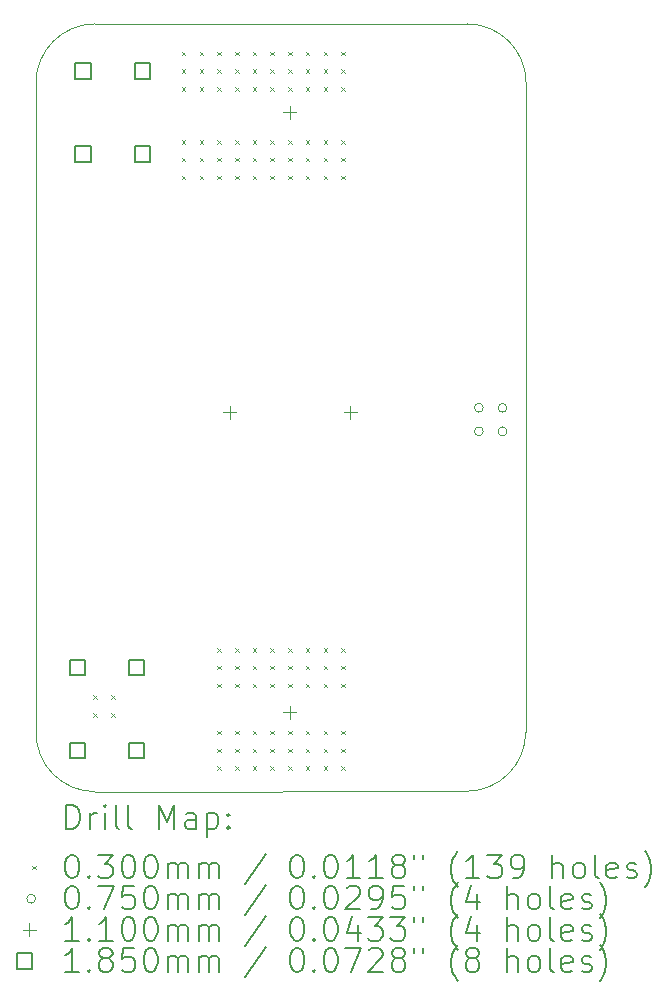
<source format=gbr>
%TF.GenerationSoftware,KiCad,Pcbnew,9.0.1*%
%TF.CreationDate,2025-05-24T18:06:30+02:00*%
%TF.ProjectId,main,6d61696e-2e6b-4696-9361-645f70636258,1.0*%
%TF.SameCoordinates,Original*%
%TF.FileFunction,Drillmap*%
%TF.FilePolarity,Positive*%
%FSLAX45Y45*%
G04 Gerber Fmt 4.5, Leading zero omitted, Abs format (unit mm)*
G04 Created by KiCad (PCBNEW 9.0.1) date 2025-05-24 18:06:30*
%MOMM*%
%LPD*%
G01*
G04 APERTURE LIST*
%ADD10C,0.050000*%
%ADD11C,0.200000*%
%ADD12C,0.100000*%
%ADD13C,0.110000*%
%ADD14C,0.185000*%
G04 APERTURE END LIST*
D10*
X19150000Y-5000000D02*
G75*
G02*
X19650000Y-5500000I0J-500000D01*
G01*
X15500000Y-5500000D02*
X15500000Y-11000000D01*
X19650000Y-5500000D02*
X19646469Y-10996447D01*
X16000000Y-11500000D02*
X19146447Y-11496027D01*
X16000000Y-11500000D02*
G75*
G02*
X15500000Y-11000000I0J500000D01*
G01*
X16000000Y-5000000D02*
X19150000Y-5000000D01*
X15500000Y-5500000D02*
G75*
G02*
X16000000Y-5000000I500000J0D01*
G01*
X19646447Y-10996447D02*
G75*
G02*
X19146447Y-11496447I-499997J-3D01*
G01*
D11*
D12*
X15985000Y-10685000D02*
X16015000Y-10715000D01*
X16015000Y-10685000D02*
X15985000Y-10715000D01*
X15985000Y-10835000D02*
X16015000Y-10865000D01*
X16015000Y-10835000D02*
X15985000Y-10865000D01*
X16135000Y-10685000D02*
X16165000Y-10715000D01*
X16165000Y-10685000D02*
X16135000Y-10715000D01*
X16135000Y-10835000D02*
X16165000Y-10865000D01*
X16165000Y-10835000D02*
X16135000Y-10865000D01*
X16735000Y-5235000D02*
X16765000Y-5265000D01*
X16765000Y-5235000D02*
X16735000Y-5265000D01*
X16735000Y-5385000D02*
X16765000Y-5415000D01*
X16765000Y-5385000D02*
X16735000Y-5415000D01*
X16735000Y-5535000D02*
X16765000Y-5565000D01*
X16765000Y-5535000D02*
X16735000Y-5565000D01*
X16735000Y-5985000D02*
X16765000Y-6015000D01*
X16765000Y-5985000D02*
X16735000Y-6015000D01*
X16735000Y-5985000D02*
X16765000Y-6015000D01*
X16765000Y-5985000D02*
X16735000Y-6015000D01*
X16735000Y-6135000D02*
X16765000Y-6165000D01*
X16765000Y-6135000D02*
X16735000Y-6165000D01*
X16735000Y-6285000D02*
X16765000Y-6315000D01*
X16765000Y-6285000D02*
X16735000Y-6315000D01*
X16885000Y-5235000D02*
X16915000Y-5265000D01*
X16915000Y-5235000D02*
X16885000Y-5265000D01*
X16885000Y-5385000D02*
X16915000Y-5415000D01*
X16915000Y-5385000D02*
X16885000Y-5415000D01*
X16885000Y-5535000D02*
X16915000Y-5565000D01*
X16915000Y-5535000D02*
X16885000Y-5565000D01*
X16885000Y-5985000D02*
X16915000Y-6015000D01*
X16915000Y-5985000D02*
X16885000Y-6015000D01*
X16885000Y-5985000D02*
X16915000Y-6015000D01*
X16915000Y-5985000D02*
X16885000Y-6015000D01*
X16885000Y-6135000D02*
X16915000Y-6165000D01*
X16915000Y-6135000D02*
X16885000Y-6165000D01*
X16885000Y-6285000D02*
X16915000Y-6315000D01*
X16915000Y-6285000D02*
X16885000Y-6315000D01*
X17035000Y-5235000D02*
X17065000Y-5265000D01*
X17065000Y-5235000D02*
X17035000Y-5265000D01*
X17035000Y-5385000D02*
X17065000Y-5415000D01*
X17065000Y-5385000D02*
X17035000Y-5415000D01*
X17035000Y-5535000D02*
X17065000Y-5565000D01*
X17065000Y-5535000D02*
X17035000Y-5565000D01*
X17035000Y-5985000D02*
X17065000Y-6015000D01*
X17065000Y-5985000D02*
X17035000Y-6015000D01*
X17035000Y-5985000D02*
X17065000Y-6015000D01*
X17065000Y-5985000D02*
X17035000Y-6015000D01*
X17035000Y-6135000D02*
X17065000Y-6165000D01*
X17065000Y-6135000D02*
X17035000Y-6165000D01*
X17035000Y-6285000D02*
X17065000Y-6315000D01*
X17065000Y-6285000D02*
X17035000Y-6315000D01*
X17035000Y-10285000D02*
X17065000Y-10315000D01*
X17065000Y-10285000D02*
X17035000Y-10315000D01*
X17035000Y-10435000D02*
X17065000Y-10465000D01*
X17065000Y-10435000D02*
X17035000Y-10465000D01*
X17035000Y-10585000D02*
X17065000Y-10615000D01*
X17065000Y-10585000D02*
X17035000Y-10615000D01*
X17035000Y-10985000D02*
X17065000Y-11015000D01*
X17065000Y-10985000D02*
X17035000Y-11015000D01*
X17035000Y-11135000D02*
X17065000Y-11165000D01*
X17065000Y-11135000D02*
X17035000Y-11165000D01*
X17035000Y-11285000D02*
X17065000Y-11315000D01*
X17065000Y-11285000D02*
X17035000Y-11315000D01*
X17185000Y-5235000D02*
X17215000Y-5265000D01*
X17215000Y-5235000D02*
X17185000Y-5265000D01*
X17185000Y-5385000D02*
X17215000Y-5415000D01*
X17215000Y-5385000D02*
X17185000Y-5415000D01*
X17185000Y-5535000D02*
X17215000Y-5565000D01*
X17215000Y-5535000D02*
X17185000Y-5565000D01*
X17185000Y-5985000D02*
X17215000Y-6015000D01*
X17215000Y-5985000D02*
X17185000Y-6015000D01*
X17185000Y-5985000D02*
X17215000Y-6015000D01*
X17215000Y-5985000D02*
X17185000Y-6015000D01*
X17185000Y-6135000D02*
X17215000Y-6165000D01*
X17215000Y-6135000D02*
X17185000Y-6165000D01*
X17185000Y-6285000D02*
X17215000Y-6315000D01*
X17215000Y-6285000D02*
X17185000Y-6315000D01*
X17185000Y-10285000D02*
X17215000Y-10315000D01*
X17215000Y-10285000D02*
X17185000Y-10315000D01*
X17185000Y-10435000D02*
X17215000Y-10465000D01*
X17215000Y-10435000D02*
X17185000Y-10465000D01*
X17185000Y-10585000D02*
X17215000Y-10615000D01*
X17215000Y-10585000D02*
X17185000Y-10615000D01*
X17185000Y-10985000D02*
X17215000Y-11015000D01*
X17215000Y-10985000D02*
X17185000Y-11015000D01*
X17185000Y-11135000D02*
X17215000Y-11165000D01*
X17215000Y-11135000D02*
X17185000Y-11165000D01*
X17185000Y-11285000D02*
X17215000Y-11315000D01*
X17215000Y-11285000D02*
X17185000Y-11315000D01*
X17335000Y-5235000D02*
X17365000Y-5265000D01*
X17365000Y-5235000D02*
X17335000Y-5265000D01*
X17335000Y-5385000D02*
X17365000Y-5415000D01*
X17365000Y-5385000D02*
X17335000Y-5415000D01*
X17335000Y-5535000D02*
X17365000Y-5565000D01*
X17365000Y-5535000D02*
X17335000Y-5565000D01*
X17335000Y-5985000D02*
X17365000Y-6015000D01*
X17365000Y-5985000D02*
X17335000Y-6015000D01*
X17335000Y-5985000D02*
X17365000Y-6015000D01*
X17365000Y-5985000D02*
X17335000Y-6015000D01*
X17335000Y-6135000D02*
X17365000Y-6165000D01*
X17365000Y-6135000D02*
X17335000Y-6165000D01*
X17335000Y-6285000D02*
X17365000Y-6315000D01*
X17365000Y-6285000D02*
X17335000Y-6315000D01*
X17335000Y-10285000D02*
X17365000Y-10315000D01*
X17365000Y-10285000D02*
X17335000Y-10315000D01*
X17335000Y-10435000D02*
X17365000Y-10465000D01*
X17365000Y-10435000D02*
X17335000Y-10465000D01*
X17335000Y-10585000D02*
X17365000Y-10615000D01*
X17365000Y-10585000D02*
X17335000Y-10615000D01*
X17335000Y-10985000D02*
X17365000Y-11015000D01*
X17365000Y-10985000D02*
X17335000Y-11015000D01*
X17335000Y-11135000D02*
X17365000Y-11165000D01*
X17365000Y-11135000D02*
X17335000Y-11165000D01*
X17335000Y-11285000D02*
X17365000Y-11315000D01*
X17365000Y-11285000D02*
X17335000Y-11315000D01*
X17485000Y-5235000D02*
X17515000Y-5265000D01*
X17515000Y-5235000D02*
X17485000Y-5265000D01*
X17485000Y-5385000D02*
X17515000Y-5415000D01*
X17515000Y-5385000D02*
X17485000Y-5415000D01*
X17485000Y-5535000D02*
X17515000Y-5565000D01*
X17515000Y-5535000D02*
X17485000Y-5565000D01*
X17485000Y-5985000D02*
X17515000Y-6015000D01*
X17515000Y-5985000D02*
X17485000Y-6015000D01*
X17485000Y-5985000D02*
X17515000Y-6015000D01*
X17515000Y-5985000D02*
X17485000Y-6015000D01*
X17485000Y-5985000D02*
X17515000Y-6015000D01*
X17515000Y-5985000D02*
X17485000Y-6015000D01*
X17485000Y-6135000D02*
X17515000Y-6165000D01*
X17515000Y-6135000D02*
X17485000Y-6165000D01*
X17485000Y-6135000D02*
X17515000Y-6165000D01*
X17515000Y-6135000D02*
X17485000Y-6165000D01*
X17485000Y-6285000D02*
X17515000Y-6315000D01*
X17515000Y-6285000D02*
X17485000Y-6315000D01*
X17485000Y-6285000D02*
X17515000Y-6315000D01*
X17515000Y-6285000D02*
X17485000Y-6315000D01*
X17485000Y-10285000D02*
X17515000Y-10315000D01*
X17515000Y-10285000D02*
X17485000Y-10315000D01*
X17485000Y-10435000D02*
X17515000Y-10465000D01*
X17515000Y-10435000D02*
X17485000Y-10465000D01*
X17485000Y-10585000D02*
X17515000Y-10615000D01*
X17515000Y-10585000D02*
X17485000Y-10615000D01*
X17485000Y-10985000D02*
X17515000Y-11015000D01*
X17515000Y-10985000D02*
X17485000Y-11015000D01*
X17485000Y-11135000D02*
X17515000Y-11165000D01*
X17515000Y-11135000D02*
X17485000Y-11165000D01*
X17485000Y-11285000D02*
X17515000Y-11315000D01*
X17515000Y-11285000D02*
X17485000Y-11315000D01*
X17635000Y-5235000D02*
X17665000Y-5265000D01*
X17665000Y-5235000D02*
X17635000Y-5265000D01*
X17635000Y-5385000D02*
X17665000Y-5415000D01*
X17665000Y-5385000D02*
X17635000Y-5415000D01*
X17635000Y-5535000D02*
X17665000Y-5565000D01*
X17665000Y-5535000D02*
X17635000Y-5565000D01*
X17635000Y-5985000D02*
X17665000Y-6015000D01*
X17665000Y-5985000D02*
X17635000Y-6015000D01*
X17635000Y-6135000D02*
X17665000Y-6165000D01*
X17665000Y-6135000D02*
X17635000Y-6165000D01*
X17635000Y-6285000D02*
X17665000Y-6315000D01*
X17665000Y-6285000D02*
X17635000Y-6315000D01*
X17635000Y-10285000D02*
X17665000Y-10315000D01*
X17665000Y-10285000D02*
X17635000Y-10315000D01*
X17635000Y-10435000D02*
X17665000Y-10465000D01*
X17665000Y-10435000D02*
X17635000Y-10465000D01*
X17635000Y-10585000D02*
X17665000Y-10615000D01*
X17665000Y-10585000D02*
X17635000Y-10615000D01*
X17635000Y-10985000D02*
X17665000Y-11015000D01*
X17665000Y-10985000D02*
X17635000Y-11015000D01*
X17635000Y-11135000D02*
X17665000Y-11165000D01*
X17665000Y-11135000D02*
X17635000Y-11165000D01*
X17635000Y-11285000D02*
X17665000Y-11315000D01*
X17665000Y-11285000D02*
X17635000Y-11315000D01*
X17785000Y-5235000D02*
X17815000Y-5265000D01*
X17815000Y-5235000D02*
X17785000Y-5265000D01*
X17785000Y-5235000D02*
X17815000Y-5265000D01*
X17815000Y-5235000D02*
X17785000Y-5265000D01*
X17785000Y-5385000D02*
X17815000Y-5415000D01*
X17815000Y-5385000D02*
X17785000Y-5415000D01*
X17785000Y-5385000D02*
X17815000Y-5415000D01*
X17815000Y-5385000D02*
X17785000Y-5415000D01*
X17785000Y-5385000D02*
X17815000Y-5415000D01*
X17815000Y-5385000D02*
X17785000Y-5415000D01*
X17785000Y-5535000D02*
X17815000Y-5565000D01*
X17815000Y-5535000D02*
X17785000Y-5565000D01*
X17785000Y-5535000D02*
X17815000Y-5565000D01*
X17815000Y-5535000D02*
X17785000Y-5565000D01*
X17785000Y-5535000D02*
X17815000Y-5565000D01*
X17815000Y-5535000D02*
X17785000Y-5565000D01*
X17785000Y-5985000D02*
X17815000Y-6015000D01*
X17815000Y-5985000D02*
X17785000Y-6015000D01*
X17785000Y-5985000D02*
X17815000Y-6015000D01*
X17815000Y-5985000D02*
X17785000Y-6015000D01*
X17785000Y-5985000D02*
X17815000Y-6015000D01*
X17815000Y-5985000D02*
X17785000Y-6015000D01*
X17785000Y-6135000D02*
X17815000Y-6165000D01*
X17815000Y-6135000D02*
X17785000Y-6165000D01*
X17785000Y-6135000D02*
X17815000Y-6165000D01*
X17815000Y-6135000D02*
X17785000Y-6165000D01*
X17785000Y-6285000D02*
X17815000Y-6315000D01*
X17815000Y-6285000D02*
X17785000Y-6315000D01*
X17785000Y-6285000D02*
X17815000Y-6315000D01*
X17815000Y-6285000D02*
X17785000Y-6315000D01*
X17785000Y-10285000D02*
X17815000Y-10315000D01*
X17815000Y-10285000D02*
X17785000Y-10315000D01*
X17785000Y-10435000D02*
X17815000Y-10465000D01*
X17815000Y-10435000D02*
X17785000Y-10465000D01*
X17785000Y-10585000D02*
X17815000Y-10615000D01*
X17815000Y-10585000D02*
X17785000Y-10615000D01*
X17785000Y-10985000D02*
X17815000Y-11015000D01*
X17815000Y-10985000D02*
X17785000Y-11015000D01*
X17785000Y-11135000D02*
X17815000Y-11165000D01*
X17815000Y-11135000D02*
X17785000Y-11165000D01*
X17785000Y-11285000D02*
X17815000Y-11315000D01*
X17815000Y-11285000D02*
X17785000Y-11315000D01*
X17935000Y-5235000D02*
X17965000Y-5265000D01*
X17965000Y-5235000D02*
X17935000Y-5265000D01*
X17935000Y-5235000D02*
X17965000Y-5265000D01*
X17965000Y-5235000D02*
X17935000Y-5265000D01*
X17935000Y-5385000D02*
X17965000Y-5415000D01*
X17965000Y-5385000D02*
X17935000Y-5415000D01*
X17935000Y-5385000D02*
X17965000Y-5415000D01*
X17965000Y-5385000D02*
X17935000Y-5415000D01*
X17935000Y-5385000D02*
X17965000Y-5415000D01*
X17965000Y-5385000D02*
X17935000Y-5415000D01*
X17935000Y-5535000D02*
X17965000Y-5565000D01*
X17965000Y-5535000D02*
X17935000Y-5565000D01*
X17935000Y-5535000D02*
X17965000Y-5565000D01*
X17965000Y-5535000D02*
X17935000Y-5565000D01*
X17935000Y-5535000D02*
X17965000Y-5565000D01*
X17965000Y-5535000D02*
X17935000Y-5565000D01*
X17935000Y-5985000D02*
X17965000Y-6015000D01*
X17965000Y-5985000D02*
X17935000Y-6015000D01*
X17935000Y-5985000D02*
X17965000Y-6015000D01*
X17965000Y-5985000D02*
X17935000Y-6015000D01*
X17935000Y-6135000D02*
X17965000Y-6165000D01*
X17965000Y-6135000D02*
X17935000Y-6165000D01*
X17935000Y-6285000D02*
X17965000Y-6315000D01*
X17965000Y-6285000D02*
X17935000Y-6315000D01*
X17935000Y-10285000D02*
X17965000Y-10315000D01*
X17965000Y-10285000D02*
X17935000Y-10315000D01*
X17935000Y-10435000D02*
X17965000Y-10465000D01*
X17965000Y-10435000D02*
X17935000Y-10465000D01*
X17935000Y-10585000D02*
X17965000Y-10615000D01*
X17965000Y-10585000D02*
X17935000Y-10615000D01*
X17935000Y-10985000D02*
X17965000Y-11015000D01*
X17965000Y-10985000D02*
X17935000Y-11015000D01*
X17935000Y-11135000D02*
X17965000Y-11165000D01*
X17965000Y-11135000D02*
X17935000Y-11165000D01*
X17935000Y-11285000D02*
X17965000Y-11315000D01*
X17965000Y-11285000D02*
X17935000Y-11315000D01*
X18085000Y-5235000D02*
X18115000Y-5265000D01*
X18115000Y-5235000D02*
X18085000Y-5265000D01*
X18085000Y-5385000D02*
X18115000Y-5415000D01*
X18115000Y-5385000D02*
X18085000Y-5415000D01*
X18085000Y-5385000D02*
X18115000Y-5415000D01*
X18115000Y-5385000D02*
X18085000Y-5415000D01*
X18085000Y-5535000D02*
X18115000Y-5565000D01*
X18115000Y-5535000D02*
X18085000Y-5565000D01*
X18085000Y-5535000D02*
X18115000Y-5565000D01*
X18115000Y-5535000D02*
X18085000Y-5565000D01*
X18085000Y-5985000D02*
X18115000Y-6015000D01*
X18115000Y-5985000D02*
X18085000Y-6015000D01*
X18085000Y-5985000D02*
X18115000Y-6015000D01*
X18115000Y-5985000D02*
X18085000Y-6015000D01*
X18085000Y-6135000D02*
X18115000Y-6165000D01*
X18115000Y-6135000D02*
X18085000Y-6165000D01*
X18085000Y-6285000D02*
X18115000Y-6315000D01*
X18115000Y-6285000D02*
X18085000Y-6315000D01*
X18085000Y-10285000D02*
X18115000Y-10315000D01*
X18115000Y-10285000D02*
X18085000Y-10315000D01*
X18085000Y-10435000D02*
X18115000Y-10465000D01*
X18115000Y-10435000D02*
X18085000Y-10465000D01*
X18085000Y-10585000D02*
X18115000Y-10615000D01*
X18115000Y-10585000D02*
X18085000Y-10615000D01*
X18085000Y-10985000D02*
X18115000Y-11015000D01*
X18115000Y-10985000D02*
X18085000Y-11015000D01*
X18085000Y-11135000D02*
X18115000Y-11165000D01*
X18115000Y-11135000D02*
X18085000Y-11165000D01*
X18085000Y-11285000D02*
X18115000Y-11315000D01*
X18115000Y-11285000D02*
X18085000Y-11315000D01*
X19287500Y-8250000D02*
G75*
G02*
X19212500Y-8250000I-37500J0D01*
G01*
X19212500Y-8250000D02*
G75*
G02*
X19287500Y-8250000I37500J0D01*
G01*
X19287500Y-8450000D02*
G75*
G02*
X19212500Y-8450000I-37500J0D01*
G01*
X19212500Y-8450000D02*
G75*
G02*
X19287500Y-8450000I37500J0D01*
G01*
X19487500Y-8250000D02*
G75*
G02*
X19412500Y-8250000I-37500J0D01*
G01*
X19412500Y-8250000D02*
G75*
G02*
X19487500Y-8250000I37500J0D01*
G01*
X19487500Y-8450000D02*
G75*
G02*
X19412500Y-8450000I-37500J0D01*
G01*
X19412500Y-8450000D02*
G75*
G02*
X19487500Y-8450000I37500J0D01*
G01*
D13*
X17140000Y-8235000D02*
X17140000Y-8345000D01*
X17085000Y-8290000D02*
X17195000Y-8290000D01*
X17650000Y-5695000D02*
X17650000Y-5805000D01*
X17595000Y-5750000D02*
X17705000Y-5750000D01*
X17650000Y-10775000D02*
X17650000Y-10885000D01*
X17595000Y-10830000D02*
X17705000Y-10830000D01*
X18160000Y-8235000D02*
X18160000Y-8345000D01*
X18105000Y-8290000D02*
X18215000Y-8290000D01*
D14*
X15915408Y-10515408D02*
X15915408Y-10384592D01*
X15784592Y-10384592D01*
X15784592Y-10515408D01*
X15915408Y-10515408D01*
X15915408Y-11215408D02*
X15915408Y-11084592D01*
X15784592Y-11084592D01*
X15784592Y-11215408D01*
X15915408Y-11215408D01*
X15965408Y-5465408D02*
X15965408Y-5334592D01*
X15834592Y-5334592D01*
X15834592Y-5465408D01*
X15965408Y-5465408D01*
X15965408Y-6165408D02*
X15965408Y-6034592D01*
X15834592Y-6034592D01*
X15834592Y-6165408D01*
X15965408Y-6165408D01*
X16415408Y-10515408D02*
X16415408Y-10384592D01*
X16284592Y-10384592D01*
X16284592Y-10515408D01*
X16415408Y-10515408D01*
X16415408Y-11215408D02*
X16415408Y-11084592D01*
X16284592Y-11084592D01*
X16284592Y-11215408D01*
X16415408Y-11215408D01*
X16465408Y-5465408D02*
X16465408Y-5334592D01*
X16334592Y-5334592D01*
X16334592Y-5465408D01*
X16465408Y-5465408D01*
X16465408Y-6165408D02*
X16465408Y-6034592D01*
X16334592Y-6034592D01*
X16334592Y-6165408D01*
X16465408Y-6165408D01*
D11*
X15758277Y-11813984D02*
X15758277Y-11613984D01*
X15758277Y-11613984D02*
X15805896Y-11613984D01*
X15805896Y-11613984D02*
X15834467Y-11623508D01*
X15834467Y-11623508D02*
X15853515Y-11642555D01*
X15853515Y-11642555D02*
X15863039Y-11661603D01*
X15863039Y-11661603D02*
X15872562Y-11699698D01*
X15872562Y-11699698D02*
X15872562Y-11728269D01*
X15872562Y-11728269D02*
X15863039Y-11766365D01*
X15863039Y-11766365D02*
X15853515Y-11785412D01*
X15853515Y-11785412D02*
X15834467Y-11804460D01*
X15834467Y-11804460D02*
X15805896Y-11813984D01*
X15805896Y-11813984D02*
X15758277Y-11813984D01*
X15958277Y-11813984D02*
X15958277Y-11680650D01*
X15958277Y-11718746D02*
X15967801Y-11699698D01*
X15967801Y-11699698D02*
X15977324Y-11690174D01*
X15977324Y-11690174D02*
X15996372Y-11680650D01*
X15996372Y-11680650D02*
X16015420Y-11680650D01*
X16082086Y-11813984D02*
X16082086Y-11680650D01*
X16082086Y-11613984D02*
X16072562Y-11623508D01*
X16072562Y-11623508D02*
X16082086Y-11633031D01*
X16082086Y-11633031D02*
X16091610Y-11623508D01*
X16091610Y-11623508D02*
X16082086Y-11613984D01*
X16082086Y-11613984D02*
X16082086Y-11633031D01*
X16205896Y-11813984D02*
X16186848Y-11804460D01*
X16186848Y-11804460D02*
X16177324Y-11785412D01*
X16177324Y-11785412D02*
X16177324Y-11613984D01*
X16310658Y-11813984D02*
X16291610Y-11804460D01*
X16291610Y-11804460D02*
X16282086Y-11785412D01*
X16282086Y-11785412D02*
X16282086Y-11613984D01*
X16539229Y-11813984D02*
X16539229Y-11613984D01*
X16539229Y-11613984D02*
X16605896Y-11756841D01*
X16605896Y-11756841D02*
X16672562Y-11613984D01*
X16672562Y-11613984D02*
X16672562Y-11813984D01*
X16853515Y-11813984D02*
X16853515Y-11709222D01*
X16853515Y-11709222D02*
X16843991Y-11690174D01*
X16843991Y-11690174D02*
X16824944Y-11680650D01*
X16824944Y-11680650D02*
X16786848Y-11680650D01*
X16786848Y-11680650D02*
X16767801Y-11690174D01*
X16853515Y-11804460D02*
X16834467Y-11813984D01*
X16834467Y-11813984D02*
X16786848Y-11813984D01*
X16786848Y-11813984D02*
X16767801Y-11804460D01*
X16767801Y-11804460D02*
X16758277Y-11785412D01*
X16758277Y-11785412D02*
X16758277Y-11766365D01*
X16758277Y-11766365D02*
X16767801Y-11747317D01*
X16767801Y-11747317D02*
X16786848Y-11737793D01*
X16786848Y-11737793D02*
X16834467Y-11737793D01*
X16834467Y-11737793D02*
X16853515Y-11728269D01*
X16948753Y-11680650D02*
X16948753Y-11880650D01*
X16948753Y-11690174D02*
X16967801Y-11680650D01*
X16967801Y-11680650D02*
X17005896Y-11680650D01*
X17005896Y-11680650D02*
X17024944Y-11690174D01*
X17024944Y-11690174D02*
X17034467Y-11699698D01*
X17034467Y-11699698D02*
X17043991Y-11718746D01*
X17043991Y-11718746D02*
X17043991Y-11775888D01*
X17043991Y-11775888D02*
X17034467Y-11794936D01*
X17034467Y-11794936D02*
X17024944Y-11804460D01*
X17024944Y-11804460D02*
X17005896Y-11813984D01*
X17005896Y-11813984D02*
X16967801Y-11813984D01*
X16967801Y-11813984D02*
X16948753Y-11804460D01*
X17129705Y-11794936D02*
X17139229Y-11804460D01*
X17139229Y-11804460D02*
X17129705Y-11813984D01*
X17129705Y-11813984D02*
X17120182Y-11804460D01*
X17120182Y-11804460D02*
X17129705Y-11794936D01*
X17129705Y-11794936D02*
X17129705Y-11813984D01*
X17129705Y-11690174D02*
X17139229Y-11699698D01*
X17139229Y-11699698D02*
X17129705Y-11709222D01*
X17129705Y-11709222D02*
X17120182Y-11699698D01*
X17120182Y-11699698D02*
X17129705Y-11690174D01*
X17129705Y-11690174D02*
X17129705Y-11709222D01*
D12*
X15467500Y-12127500D02*
X15497500Y-12157500D01*
X15497500Y-12127500D02*
X15467500Y-12157500D01*
D11*
X15796372Y-12033984D02*
X15815420Y-12033984D01*
X15815420Y-12033984D02*
X15834467Y-12043508D01*
X15834467Y-12043508D02*
X15843991Y-12053031D01*
X15843991Y-12053031D02*
X15853515Y-12072079D01*
X15853515Y-12072079D02*
X15863039Y-12110174D01*
X15863039Y-12110174D02*
X15863039Y-12157793D01*
X15863039Y-12157793D02*
X15853515Y-12195888D01*
X15853515Y-12195888D02*
X15843991Y-12214936D01*
X15843991Y-12214936D02*
X15834467Y-12224460D01*
X15834467Y-12224460D02*
X15815420Y-12233984D01*
X15815420Y-12233984D02*
X15796372Y-12233984D01*
X15796372Y-12233984D02*
X15777324Y-12224460D01*
X15777324Y-12224460D02*
X15767801Y-12214936D01*
X15767801Y-12214936D02*
X15758277Y-12195888D01*
X15758277Y-12195888D02*
X15748753Y-12157793D01*
X15748753Y-12157793D02*
X15748753Y-12110174D01*
X15748753Y-12110174D02*
X15758277Y-12072079D01*
X15758277Y-12072079D02*
X15767801Y-12053031D01*
X15767801Y-12053031D02*
X15777324Y-12043508D01*
X15777324Y-12043508D02*
X15796372Y-12033984D01*
X15948753Y-12214936D02*
X15958277Y-12224460D01*
X15958277Y-12224460D02*
X15948753Y-12233984D01*
X15948753Y-12233984D02*
X15939229Y-12224460D01*
X15939229Y-12224460D02*
X15948753Y-12214936D01*
X15948753Y-12214936D02*
X15948753Y-12233984D01*
X16024943Y-12033984D02*
X16148753Y-12033984D01*
X16148753Y-12033984D02*
X16082086Y-12110174D01*
X16082086Y-12110174D02*
X16110658Y-12110174D01*
X16110658Y-12110174D02*
X16129705Y-12119698D01*
X16129705Y-12119698D02*
X16139229Y-12129222D01*
X16139229Y-12129222D02*
X16148753Y-12148269D01*
X16148753Y-12148269D02*
X16148753Y-12195888D01*
X16148753Y-12195888D02*
X16139229Y-12214936D01*
X16139229Y-12214936D02*
X16129705Y-12224460D01*
X16129705Y-12224460D02*
X16110658Y-12233984D01*
X16110658Y-12233984D02*
X16053515Y-12233984D01*
X16053515Y-12233984D02*
X16034467Y-12224460D01*
X16034467Y-12224460D02*
X16024943Y-12214936D01*
X16272562Y-12033984D02*
X16291610Y-12033984D01*
X16291610Y-12033984D02*
X16310658Y-12043508D01*
X16310658Y-12043508D02*
X16320182Y-12053031D01*
X16320182Y-12053031D02*
X16329705Y-12072079D01*
X16329705Y-12072079D02*
X16339229Y-12110174D01*
X16339229Y-12110174D02*
X16339229Y-12157793D01*
X16339229Y-12157793D02*
X16329705Y-12195888D01*
X16329705Y-12195888D02*
X16320182Y-12214936D01*
X16320182Y-12214936D02*
X16310658Y-12224460D01*
X16310658Y-12224460D02*
X16291610Y-12233984D01*
X16291610Y-12233984D02*
X16272562Y-12233984D01*
X16272562Y-12233984D02*
X16253515Y-12224460D01*
X16253515Y-12224460D02*
X16243991Y-12214936D01*
X16243991Y-12214936D02*
X16234467Y-12195888D01*
X16234467Y-12195888D02*
X16224943Y-12157793D01*
X16224943Y-12157793D02*
X16224943Y-12110174D01*
X16224943Y-12110174D02*
X16234467Y-12072079D01*
X16234467Y-12072079D02*
X16243991Y-12053031D01*
X16243991Y-12053031D02*
X16253515Y-12043508D01*
X16253515Y-12043508D02*
X16272562Y-12033984D01*
X16463039Y-12033984D02*
X16482086Y-12033984D01*
X16482086Y-12033984D02*
X16501134Y-12043508D01*
X16501134Y-12043508D02*
X16510658Y-12053031D01*
X16510658Y-12053031D02*
X16520182Y-12072079D01*
X16520182Y-12072079D02*
X16529705Y-12110174D01*
X16529705Y-12110174D02*
X16529705Y-12157793D01*
X16529705Y-12157793D02*
X16520182Y-12195888D01*
X16520182Y-12195888D02*
X16510658Y-12214936D01*
X16510658Y-12214936D02*
X16501134Y-12224460D01*
X16501134Y-12224460D02*
X16482086Y-12233984D01*
X16482086Y-12233984D02*
X16463039Y-12233984D01*
X16463039Y-12233984D02*
X16443991Y-12224460D01*
X16443991Y-12224460D02*
X16434467Y-12214936D01*
X16434467Y-12214936D02*
X16424943Y-12195888D01*
X16424943Y-12195888D02*
X16415420Y-12157793D01*
X16415420Y-12157793D02*
X16415420Y-12110174D01*
X16415420Y-12110174D02*
X16424943Y-12072079D01*
X16424943Y-12072079D02*
X16434467Y-12053031D01*
X16434467Y-12053031D02*
X16443991Y-12043508D01*
X16443991Y-12043508D02*
X16463039Y-12033984D01*
X16615420Y-12233984D02*
X16615420Y-12100650D01*
X16615420Y-12119698D02*
X16624943Y-12110174D01*
X16624943Y-12110174D02*
X16643991Y-12100650D01*
X16643991Y-12100650D02*
X16672563Y-12100650D01*
X16672563Y-12100650D02*
X16691610Y-12110174D01*
X16691610Y-12110174D02*
X16701134Y-12129222D01*
X16701134Y-12129222D02*
X16701134Y-12233984D01*
X16701134Y-12129222D02*
X16710658Y-12110174D01*
X16710658Y-12110174D02*
X16729705Y-12100650D01*
X16729705Y-12100650D02*
X16758277Y-12100650D01*
X16758277Y-12100650D02*
X16777325Y-12110174D01*
X16777325Y-12110174D02*
X16786848Y-12129222D01*
X16786848Y-12129222D02*
X16786848Y-12233984D01*
X16882086Y-12233984D02*
X16882086Y-12100650D01*
X16882086Y-12119698D02*
X16891610Y-12110174D01*
X16891610Y-12110174D02*
X16910658Y-12100650D01*
X16910658Y-12100650D02*
X16939229Y-12100650D01*
X16939229Y-12100650D02*
X16958277Y-12110174D01*
X16958277Y-12110174D02*
X16967801Y-12129222D01*
X16967801Y-12129222D02*
X16967801Y-12233984D01*
X16967801Y-12129222D02*
X16977325Y-12110174D01*
X16977325Y-12110174D02*
X16996372Y-12100650D01*
X16996372Y-12100650D02*
X17024944Y-12100650D01*
X17024944Y-12100650D02*
X17043991Y-12110174D01*
X17043991Y-12110174D02*
X17053515Y-12129222D01*
X17053515Y-12129222D02*
X17053515Y-12233984D01*
X17443991Y-12024460D02*
X17272563Y-12281603D01*
X17701134Y-12033984D02*
X17720182Y-12033984D01*
X17720182Y-12033984D02*
X17739229Y-12043508D01*
X17739229Y-12043508D02*
X17748753Y-12053031D01*
X17748753Y-12053031D02*
X17758277Y-12072079D01*
X17758277Y-12072079D02*
X17767801Y-12110174D01*
X17767801Y-12110174D02*
X17767801Y-12157793D01*
X17767801Y-12157793D02*
X17758277Y-12195888D01*
X17758277Y-12195888D02*
X17748753Y-12214936D01*
X17748753Y-12214936D02*
X17739229Y-12224460D01*
X17739229Y-12224460D02*
X17720182Y-12233984D01*
X17720182Y-12233984D02*
X17701134Y-12233984D01*
X17701134Y-12233984D02*
X17682087Y-12224460D01*
X17682087Y-12224460D02*
X17672563Y-12214936D01*
X17672563Y-12214936D02*
X17663039Y-12195888D01*
X17663039Y-12195888D02*
X17653515Y-12157793D01*
X17653515Y-12157793D02*
X17653515Y-12110174D01*
X17653515Y-12110174D02*
X17663039Y-12072079D01*
X17663039Y-12072079D02*
X17672563Y-12053031D01*
X17672563Y-12053031D02*
X17682087Y-12043508D01*
X17682087Y-12043508D02*
X17701134Y-12033984D01*
X17853515Y-12214936D02*
X17863039Y-12224460D01*
X17863039Y-12224460D02*
X17853515Y-12233984D01*
X17853515Y-12233984D02*
X17843991Y-12224460D01*
X17843991Y-12224460D02*
X17853515Y-12214936D01*
X17853515Y-12214936D02*
X17853515Y-12233984D01*
X17986848Y-12033984D02*
X18005896Y-12033984D01*
X18005896Y-12033984D02*
X18024944Y-12043508D01*
X18024944Y-12043508D02*
X18034468Y-12053031D01*
X18034468Y-12053031D02*
X18043991Y-12072079D01*
X18043991Y-12072079D02*
X18053515Y-12110174D01*
X18053515Y-12110174D02*
X18053515Y-12157793D01*
X18053515Y-12157793D02*
X18043991Y-12195888D01*
X18043991Y-12195888D02*
X18034468Y-12214936D01*
X18034468Y-12214936D02*
X18024944Y-12224460D01*
X18024944Y-12224460D02*
X18005896Y-12233984D01*
X18005896Y-12233984D02*
X17986848Y-12233984D01*
X17986848Y-12233984D02*
X17967801Y-12224460D01*
X17967801Y-12224460D02*
X17958277Y-12214936D01*
X17958277Y-12214936D02*
X17948753Y-12195888D01*
X17948753Y-12195888D02*
X17939229Y-12157793D01*
X17939229Y-12157793D02*
X17939229Y-12110174D01*
X17939229Y-12110174D02*
X17948753Y-12072079D01*
X17948753Y-12072079D02*
X17958277Y-12053031D01*
X17958277Y-12053031D02*
X17967801Y-12043508D01*
X17967801Y-12043508D02*
X17986848Y-12033984D01*
X18243991Y-12233984D02*
X18129706Y-12233984D01*
X18186848Y-12233984D02*
X18186848Y-12033984D01*
X18186848Y-12033984D02*
X18167801Y-12062555D01*
X18167801Y-12062555D02*
X18148753Y-12081603D01*
X18148753Y-12081603D02*
X18129706Y-12091127D01*
X18434468Y-12233984D02*
X18320182Y-12233984D01*
X18377325Y-12233984D02*
X18377325Y-12033984D01*
X18377325Y-12033984D02*
X18358277Y-12062555D01*
X18358277Y-12062555D02*
X18339229Y-12081603D01*
X18339229Y-12081603D02*
X18320182Y-12091127D01*
X18548753Y-12119698D02*
X18529706Y-12110174D01*
X18529706Y-12110174D02*
X18520182Y-12100650D01*
X18520182Y-12100650D02*
X18510658Y-12081603D01*
X18510658Y-12081603D02*
X18510658Y-12072079D01*
X18510658Y-12072079D02*
X18520182Y-12053031D01*
X18520182Y-12053031D02*
X18529706Y-12043508D01*
X18529706Y-12043508D02*
X18548753Y-12033984D01*
X18548753Y-12033984D02*
X18586849Y-12033984D01*
X18586849Y-12033984D02*
X18605896Y-12043508D01*
X18605896Y-12043508D02*
X18615420Y-12053031D01*
X18615420Y-12053031D02*
X18624944Y-12072079D01*
X18624944Y-12072079D02*
X18624944Y-12081603D01*
X18624944Y-12081603D02*
X18615420Y-12100650D01*
X18615420Y-12100650D02*
X18605896Y-12110174D01*
X18605896Y-12110174D02*
X18586849Y-12119698D01*
X18586849Y-12119698D02*
X18548753Y-12119698D01*
X18548753Y-12119698D02*
X18529706Y-12129222D01*
X18529706Y-12129222D02*
X18520182Y-12138746D01*
X18520182Y-12138746D02*
X18510658Y-12157793D01*
X18510658Y-12157793D02*
X18510658Y-12195888D01*
X18510658Y-12195888D02*
X18520182Y-12214936D01*
X18520182Y-12214936D02*
X18529706Y-12224460D01*
X18529706Y-12224460D02*
X18548753Y-12233984D01*
X18548753Y-12233984D02*
X18586849Y-12233984D01*
X18586849Y-12233984D02*
X18605896Y-12224460D01*
X18605896Y-12224460D02*
X18615420Y-12214936D01*
X18615420Y-12214936D02*
X18624944Y-12195888D01*
X18624944Y-12195888D02*
X18624944Y-12157793D01*
X18624944Y-12157793D02*
X18615420Y-12138746D01*
X18615420Y-12138746D02*
X18605896Y-12129222D01*
X18605896Y-12129222D02*
X18586849Y-12119698D01*
X18701134Y-12033984D02*
X18701134Y-12072079D01*
X18777325Y-12033984D02*
X18777325Y-12072079D01*
X19072563Y-12310174D02*
X19063039Y-12300650D01*
X19063039Y-12300650D02*
X19043991Y-12272079D01*
X19043991Y-12272079D02*
X19034468Y-12253031D01*
X19034468Y-12253031D02*
X19024944Y-12224460D01*
X19024944Y-12224460D02*
X19015420Y-12176841D01*
X19015420Y-12176841D02*
X19015420Y-12138746D01*
X19015420Y-12138746D02*
X19024944Y-12091127D01*
X19024944Y-12091127D02*
X19034468Y-12062555D01*
X19034468Y-12062555D02*
X19043991Y-12043508D01*
X19043991Y-12043508D02*
X19063039Y-12014936D01*
X19063039Y-12014936D02*
X19072563Y-12005412D01*
X19253515Y-12233984D02*
X19139230Y-12233984D01*
X19196372Y-12233984D02*
X19196372Y-12033984D01*
X19196372Y-12033984D02*
X19177325Y-12062555D01*
X19177325Y-12062555D02*
X19158277Y-12081603D01*
X19158277Y-12081603D02*
X19139230Y-12091127D01*
X19320182Y-12033984D02*
X19443991Y-12033984D01*
X19443991Y-12033984D02*
X19377325Y-12110174D01*
X19377325Y-12110174D02*
X19405896Y-12110174D01*
X19405896Y-12110174D02*
X19424944Y-12119698D01*
X19424944Y-12119698D02*
X19434468Y-12129222D01*
X19434468Y-12129222D02*
X19443991Y-12148269D01*
X19443991Y-12148269D02*
X19443991Y-12195888D01*
X19443991Y-12195888D02*
X19434468Y-12214936D01*
X19434468Y-12214936D02*
X19424944Y-12224460D01*
X19424944Y-12224460D02*
X19405896Y-12233984D01*
X19405896Y-12233984D02*
X19348753Y-12233984D01*
X19348753Y-12233984D02*
X19329706Y-12224460D01*
X19329706Y-12224460D02*
X19320182Y-12214936D01*
X19539230Y-12233984D02*
X19577325Y-12233984D01*
X19577325Y-12233984D02*
X19596372Y-12224460D01*
X19596372Y-12224460D02*
X19605896Y-12214936D01*
X19605896Y-12214936D02*
X19624944Y-12186365D01*
X19624944Y-12186365D02*
X19634468Y-12148269D01*
X19634468Y-12148269D02*
X19634468Y-12072079D01*
X19634468Y-12072079D02*
X19624944Y-12053031D01*
X19624944Y-12053031D02*
X19615420Y-12043508D01*
X19615420Y-12043508D02*
X19596372Y-12033984D01*
X19596372Y-12033984D02*
X19558277Y-12033984D01*
X19558277Y-12033984D02*
X19539230Y-12043508D01*
X19539230Y-12043508D02*
X19529706Y-12053031D01*
X19529706Y-12053031D02*
X19520182Y-12072079D01*
X19520182Y-12072079D02*
X19520182Y-12119698D01*
X19520182Y-12119698D02*
X19529706Y-12138746D01*
X19529706Y-12138746D02*
X19539230Y-12148269D01*
X19539230Y-12148269D02*
X19558277Y-12157793D01*
X19558277Y-12157793D02*
X19596372Y-12157793D01*
X19596372Y-12157793D02*
X19615420Y-12148269D01*
X19615420Y-12148269D02*
X19624944Y-12138746D01*
X19624944Y-12138746D02*
X19634468Y-12119698D01*
X19872563Y-12233984D02*
X19872563Y-12033984D01*
X19958277Y-12233984D02*
X19958277Y-12129222D01*
X19958277Y-12129222D02*
X19948753Y-12110174D01*
X19948753Y-12110174D02*
X19929706Y-12100650D01*
X19929706Y-12100650D02*
X19901134Y-12100650D01*
X19901134Y-12100650D02*
X19882087Y-12110174D01*
X19882087Y-12110174D02*
X19872563Y-12119698D01*
X20082087Y-12233984D02*
X20063039Y-12224460D01*
X20063039Y-12224460D02*
X20053515Y-12214936D01*
X20053515Y-12214936D02*
X20043992Y-12195888D01*
X20043992Y-12195888D02*
X20043992Y-12138746D01*
X20043992Y-12138746D02*
X20053515Y-12119698D01*
X20053515Y-12119698D02*
X20063039Y-12110174D01*
X20063039Y-12110174D02*
X20082087Y-12100650D01*
X20082087Y-12100650D02*
X20110658Y-12100650D01*
X20110658Y-12100650D02*
X20129706Y-12110174D01*
X20129706Y-12110174D02*
X20139230Y-12119698D01*
X20139230Y-12119698D02*
X20148753Y-12138746D01*
X20148753Y-12138746D02*
X20148753Y-12195888D01*
X20148753Y-12195888D02*
X20139230Y-12214936D01*
X20139230Y-12214936D02*
X20129706Y-12224460D01*
X20129706Y-12224460D02*
X20110658Y-12233984D01*
X20110658Y-12233984D02*
X20082087Y-12233984D01*
X20263039Y-12233984D02*
X20243992Y-12224460D01*
X20243992Y-12224460D02*
X20234468Y-12205412D01*
X20234468Y-12205412D02*
X20234468Y-12033984D01*
X20415420Y-12224460D02*
X20396373Y-12233984D01*
X20396373Y-12233984D02*
X20358277Y-12233984D01*
X20358277Y-12233984D02*
X20339230Y-12224460D01*
X20339230Y-12224460D02*
X20329706Y-12205412D01*
X20329706Y-12205412D02*
X20329706Y-12129222D01*
X20329706Y-12129222D02*
X20339230Y-12110174D01*
X20339230Y-12110174D02*
X20358277Y-12100650D01*
X20358277Y-12100650D02*
X20396373Y-12100650D01*
X20396373Y-12100650D02*
X20415420Y-12110174D01*
X20415420Y-12110174D02*
X20424944Y-12129222D01*
X20424944Y-12129222D02*
X20424944Y-12148269D01*
X20424944Y-12148269D02*
X20329706Y-12167317D01*
X20501134Y-12224460D02*
X20520182Y-12233984D01*
X20520182Y-12233984D02*
X20558277Y-12233984D01*
X20558277Y-12233984D02*
X20577325Y-12224460D01*
X20577325Y-12224460D02*
X20586849Y-12205412D01*
X20586849Y-12205412D02*
X20586849Y-12195888D01*
X20586849Y-12195888D02*
X20577325Y-12176841D01*
X20577325Y-12176841D02*
X20558277Y-12167317D01*
X20558277Y-12167317D02*
X20529706Y-12167317D01*
X20529706Y-12167317D02*
X20510658Y-12157793D01*
X20510658Y-12157793D02*
X20501134Y-12138746D01*
X20501134Y-12138746D02*
X20501134Y-12129222D01*
X20501134Y-12129222D02*
X20510658Y-12110174D01*
X20510658Y-12110174D02*
X20529706Y-12100650D01*
X20529706Y-12100650D02*
X20558277Y-12100650D01*
X20558277Y-12100650D02*
X20577325Y-12110174D01*
X20653515Y-12310174D02*
X20663039Y-12300650D01*
X20663039Y-12300650D02*
X20682087Y-12272079D01*
X20682087Y-12272079D02*
X20691611Y-12253031D01*
X20691611Y-12253031D02*
X20701134Y-12224460D01*
X20701134Y-12224460D02*
X20710658Y-12176841D01*
X20710658Y-12176841D02*
X20710658Y-12138746D01*
X20710658Y-12138746D02*
X20701134Y-12091127D01*
X20701134Y-12091127D02*
X20691611Y-12062555D01*
X20691611Y-12062555D02*
X20682087Y-12043508D01*
X20682087Y-12043508D02*
X20663039Y-12014936D01*
X20663039Y-12014936D02*
X20653515Y-12005412D01*
D12*
X15497500Y-12406500D02*
G75*
G02*
X15422500Y-12406500I-37500J0D01*
G01*
X15422500Y-12406500D02*
G75*
G02*
X15497500Y-12406500I37500J0D01*
G01*
D11*
X15796372Y-12297984D02*
X15815420Y-12297984D01*
X15815420Y-12297984D02*
X15834467Y-12307508D01*
X15834467Y-12307508D02*
X15843991Y-12317031D01*
X15843991Y-12317031D02*
X15853515Y-12336079D01*
X15853515Y-12336079D02*
X15863039Y-12374174D01*
X15863039Y-12374174D02*
X15863039Y-12421793D01*
X15863039Y-12421793D02*
X15853515Y-12459888D01*
X15853515Y-12459888D02*
X15843991Y-12478936D01*
X15843991Y-12478936D02*
X15834467Y-12488460D01*
X15834467Y-12488460D02*
X15815420Y-12497984D01*
X15815420Y-12497984D02*
X15796372Y-12497984D01*
X15796372Y-12497984D02*
X15777324Y-12488460D01*
X15777324Y-12488460D02*
X15767801Y-12478936D01*
X15767801Y-12478936D02*
X15758277Y-12459888D01*
X15758277Y-12459888D02*
X15748753Y-12421793D01*
X15748753Y-12421793D02*
X15748753Y-12374174D01*
X15748753Y-12374174D02*
X15758277Y-12336079D01*
X15758277Y-12336079D02*
X15767801Y-12317031D01*
X15767801Y-12317031D02*
X15777324Y-12307508D01*
X15777324Y-12307508D02*
X15796372Y-12297984D01*
X15948753Y-12478936D02*
X15958277Y-12488460D01*
X15958277Y-12488460D02*
X15948753Y-12497984D01*
X15948753Y-12497984D02*
X15939229Y-12488460D01*
X15939229Y-12488460D02*
X15948753Y-12478936D01*
X15948753Y-12478936D02*
X15948753Y-12497984D01*
X16024943Y-12297984D02*
X16158277Y-12297984D01*
X16158277Y-12297984D02*
X16072562Y-12497984D01*
X16329705Y-12297984D02*
X16234467Y-12297984D01*
X16234467Y-12297984D02*
X16224943Y-12393222D01*
X16224943Y-12393222D02*
X16234467Y-12383698D01*
X16234467Y-12383698D02*
X16253515Y-12374174D01*
X16253515Y-12374174D02*
X16301134Y-12374174D01*
X16301134Y-12374174D02*
X16320182Y-12383698D01*
X16320182Y-12383698D02*
X16329705Y-12393222D01*
X16329705Y-12393222D02*
X16339229Y-12412269D01*
X16339229Y-12412269D02*
X16339229Y-12459888D01*
X16339229Y-12459888D02*
X16329705Y-12478936D01*
X16329705Y-12478936D02*
X16320182Y-12488460D01*
X16320182Y-12488460D02*
X16301134Y-12497984D01*
X16301134Y-12497984D02*
X16253515Y-12497984D01*
X16253515Y-12497984D02*
X16234467Y-12488460D01*
X16234467Y-12488460D02*
X16224943Y-12478936D01*
X16463039Y-12297984D02*
X16482086Y-12297984D01*
X16482086Y-12297984D02*
X16501134Y-12307508D01*
X16501134Y-12307508D02*
X16510658Y-12317031D01*
X16510658Y-12317031D02*
X16520182Y-12336079D01*
X16520182Y-12336079D02*
X16529705Y-12374174D01*
X16529705Y-12374174D02*
X16529705Y-12421793D01*
X16529705Y-12421793D02*
X16520182Y-12459888D01*
X16520182Y-12459888D02*
X16510658Y-12478936D01*
X16510658Y-12478936D02*
X16501134Y-12488460D01*
X16501134Y-12488460D02*
X16482086Y-12497984D01*
X16482086Y-12497984D02*
X16463039Y-12497984D01*
X16463039Y-12497984D02*
X16443991Y-12488460D01*
X16443991Y-12488460D02*
X16434467Y-12478936D01*
X16434467Y-12478936D02*
X16424943Y-12459888D01*
X16424943Y-12459888D02*
X16415420Y-12421793D01*
X16415420Y-12421793D02*
X16415420Y-12374174D01*
X16415420Y-12374174D02*
X16424943Y-12336079D01*
X16424943Y-12336079D02*
X16434467Y-12317031D01*
X16434467Y-12317031D02*
X16443991Y-12307508D01*
X16443991Y-12307508D02*
X16463039Y-12297984D01*
X16615420Y-12497984D02*
X16615420Y-12364650D01*
X16615420Y-12383698D02*
X16624943Y-12374174D01*
X16624943Y-12374174D02*
X16643991Y-12364650D01*
X16643991Y-12364650D02*
X16672563Y-12364650D01*
X16672563Y-12364650D02*
X16691610Y-12374174D01*
X16691610Y-12374174D02*
X16701134Y-12393222D01*
X16701134Y-12393222D02*
X16701134Y-12497984D01*
X16701134Y-12393222D02*
X16710658Y-12374174D01*
X16710658Y-12374174D02*
X16729705Y-12364650D01*
X16729705Y-12364650D02*
X16758277Y-12364650D01*
X16758277Y-12364650D02*
X16777325Y-12374174D01*
X16777325Y-12374174D02*
X16786848Y-12393222D01*
X16786848Y-12393222D02*
X16786848Y-12497984D01*
X16882086Y-12497984D02*
X16882086Y-12364650D01*
X16882086Y-12383698D02*
X16891610Y-12374174D01*
X16891610Y-12374174D02*
X16910658Y-12364650D01*
X16910658Y-12364650D02*
X16939229Y-12364650D01*
X16939229Y-12364650D02*
X16958277Y-12374174D01*
X16958277Y-12374174D02*
X16967801Y-12393222D01*
X16967801Y-12393222D02*
X16967801Y-12497984D01*
X16967801Y-12393222D02*
X16977325Y-12374174D01*
X16977325Y-12374174D02*
X16996372Y-12364650D01*
X16996372Y-12364650D02*
X17024944Y-12364650D01*
X17024944Y-12364650D02*
X17043991Y-12374174D01*
X17043991Y-12374174D02*
X17053515Y-12393222D01*
X17053515Y-12393222D02*
X17053515Y-12497984D01*
X17443991Y-12288460D02*
X17272563Y-12545603D01*
X17701134Y-12297984D02*
X17720182Y-12297984D01*
X17720182Y-12297984D02*
X17739229Y-12307508D01*
X17739229Y-12307508D02*
X17748753Y-12317031D01*
X17748753Y-12317031D02*
X17758277Y-12336079D01*
X17758277Y-12336079D02*
X17767801Y-12374174D01*
X17767801Y-12374174D02*
X17767801Y-12421793D01*
X17767801Y-12421793D02*
X17758277Y-12459888D01*
X17758277Y-12459888D02*
X17748753Y-12478936D01*
X17748753Y-12478936D02*
X17739229Y-12488460D01*
X17739229Y-12488460D02*
X17720182Y-12497984D01*
X17720182Y-12497984D02*
X17701134Y-12497984D01*
X17701134Y-12497984D02*
X17682087Y-12488460D01*
X17682087Y-12488460D02*
X17672563Y-12478936D01*
X17672563Y-12478936D02*
X17663039Y-12459888D01*
X17663039Y-12459888D02*
X17653515Y-12421793D01*
X17653515Y-12421793D02*
X17653515Y-12374174D01*
X17653515Y-12374174D02*
X17663039Y-12336079D01*
X17663039Y-12336079D02*
X17672563Y-12317031D01*
X17672563Y-12317031D02*
X17682087Y-12307508D01*
X17682087Y-12307508D02*
X17701134Y-12297984D01*
X17853515Y-12478936D02*
X17863039Y-12488460D01*
X17863039Y-12488460D02*
X17853515Y-12497984D01*
X17853515Y-12497984D02*
X17843991Y-12488460D01*
X17843991Y-12488460D02*
X17853515Y-12478936D01*
X17853515Y-12478936D02*
X17853515Y-12497984D01*
X17986848Y-12297984D02*
X18005896Y-12297984D01*
X18005896Y-12297984D02*
X18024944Y-12307508D01*
X18024944Y-12307508D02*
X18034468Y-12317031D01*
X18034468Y-12317031D02*
X18043991Y-12336079D01*
X18043991Y-12336079D02*
X18053515Y-12374174D01*
X18053515Y-12374174D02*
X18053515Y-12421793D01*
X18053515Y-12421793D02*
X18043991Y-12459888D01*
X18043991Y-12459888D02*
X18034468Y-12478936D01*
X18034468Y-12478936D02*
X18024944Y-12488460D01*
X18024944Y-12488460D02*
X18005896Y-12497984D01*
X18005896Y-12497984D02*
X17986848Y-12497984D01*
X17986848Y-12497984D02*
X17967801Y-12488460D01*
X17967801Y-12488460D02*
X17958277Y-12478936D01*
X17958277Y-12478936D02*
X17948753Y-12459888D01*
X17948753Y-12459888D02*
X17939229Y-12421793D01*
X17939229Y-12421793D02*
X17939229Y-12374174D01*
X17939229Y-12374174D02*
X17948753Y-12336079D01*
X17948753Y-12336079D02*
X17958277Y-12317031D01*
X17958277Y-12317031D02*
X17967801Y-12307508D01*
X17967801Y-12307508D02*
X17986848Y-12297984D01*
X18129706Y-12317031D02*
X18139229Y-12307508D01*
X18139229Y-12307508D02*
X18158277Y-12297984D01*
X18158277Y-12297984D02*
X18205896Y-12297984D01*
X18205896Y-12297984D02*
X18224944Y-12307508D01*
X18224944Y-12307508D02*
X18234468Y-12317031D01*
X18234468Y-12317031D02*
X18243991Y-12336079D01*
X18243991Y-12336079D02*
X18243991Y-12355127D01*
X18243991Y-12355127D02*
X18234468Y-12383698D01*
X18234468Y-12383698D02*
X18120182Y-12497984D01*
X18120182Y-12497984D02*
X18243991Y-12497984D01*
X18339229Y-12497984D02*
X18377325Y-12497984D01*
X18377325Y-12497984D02*
X18396372Y-12488460D01*
X18396372Y-12488460D02*
X18405896Y-12478936D01*
X18405896Y-12478936D02*
X18424944Y-12450365D01*
X18424944Y-12450365D02*
X18434468Y-12412269D01*
X18434468Y-12412269D02*
X18434468Y-12336079D01*
X18434468Y-12336079D02*
X18424944Y-12317031D01*
X18424944Y-12317031D02*
X18415420Y-12307508D01*
X18415420Y-12307508D02*
X18396372Y-12297984D01*
X18396372Y-12297984D02*
X18358277Y-12297984D01*
X18358277Y-12297984D02*
X18339229Y-12307508D01*
X18339229Y-12307508D02*
X18329706Y-12317031D01*
X18329706Y-12317031D02*
X18320182Y-12336079D01*
X18320182Y-12336079D02*
X18320182Y-12383698D01*
X18320182Y-12383698D02*
X18329706Y-12402746D01*
X18329706Y-12402746D02*
X18339229Y-12412269D01*
X18339229Y-12412269D02*
X18358277Y-12421793D01*
X18358277Y-12421793D02*
X18396372Y-12421793D01*
X18396372Y-12421793D02*
X18415420Y-12412269D01*
X18415420Y-12412269D02*
X18424944Y-12402746D01*
X18424944Y-12402746D02*
X18434468Y-12383698D01*
X18615420Y-12297984D02*
X18520182Y-12297984D01*
X18520182Y-12297984D02*
X18510658Y-12393222D01*
X18510658Y-12393222D02*
X18520182Y-12383698D01*
X18520182Y-12383698D02*
X18539229Y-12374174D01*
X18539229Y-12374174D02*
X18586849Y-12374174D01*
X18586849Y-12374174D02*
X18605896Y-12383698D01*
X18605896Y-12383698D02*
X18615420Y-12393222D01*
X18615420Y-12393222D02*
X18624944Y-12412269D01*
X18624944Y-12412269D02*
X18624944Y-12459888D01*
X18624944Y-12459888D02*
X18615420Y-12478936D01*
X18615420Y-12478936D02*
X18605896Y-12488460D01*
X18605896Y-12488460D02*
X18586849Y-12497984D01*
X18586849Y-12497984D02*
X18539229Y-12497984D01*
X18539229Y-12497984D02*
X18520182Y-12488460D01*
X18520182Y-12488460D02*
X18510658Y-12478936D01*
X18701134Y-12297984D02*
X18701134Y-12336079D01*
X18777325Y-12297984D02*
X18777325Y-12336079D01*
X19072563Y-12574174D02*
X19063039Y-12564650D01*
X19063039Y-12564650D02*
X19043991Y-12536079D01*
X19043991Y-12536079D02*
X19034468Y-12517031D01*
X19034468Y-12517031D02*
X19024944Y-12488460D01*
X19024944Y-12488460D02*
X19015420Y-12440841D01*
X19015420Y-12440841D02*
X19015420Y-12402746D01*
X19015420Y-12402746D02*
X19024944Y-12355127D01*
X19024944Y-12355127D02*
X19034468Y-12326555D01*
X19034468Y-12326555D02*
X19043991Y-12307508D01*
X19043991Y-12307508D02*
X19063039Y-12278936D01*
X19063039Y-12278936D02*
X19072563Y-12269412D01*
X19234468Y-12364650D02*
X19234468Y-12497984D01*
X19186849Y-12288460D02*
X19139230Y-12431317D01*
X19139230Y-12431317D02*
X19263039Y-12431317D01*
X19491611Y-12497984D02*
X19491611Y-12297984D01*
X19577325Y-12497984D02*
X19577325Y-12393222D01*
X19577325Y-12393222D02*
X19567801Y-12374174D01*
X19567801Y-12374174D02*
X19548753Y-12364650D01*
X19548753Y-12364650D02*
X19520182Y-12364650D01*
X19520182Y-12364650D02*
X19501134Y-12374174D01*
X19501134Y-12374174D02*
X19491611Y-12383698D01*
X19701134Y-12497984D02*
X19682087Y-12488460D01*
X19682087Y-12488460D02*
X19672563Y-12478936D01*
X19672563Y-12478936D02*
X19663039Y-12459888D01*
X19663039Y-12459888D02*
X19663039Y-12402746D01*
X19663039Y-12402746D02*
X19672563Y-12383698D01*
X19672563Y-12383698D02*
X19682087Y-12374174D01*
X19682087Y-12374174D02*
X19701134Y-12364650D01*
X19701134Y-12364650D02*
X19729706Y-12364650D01*
X19729706Y-12364650D02*
X19748753Y-12374174D01*
X19748753Y-12374174D02*
X19758277Y-12383698D01*
X19758277Y-12383698D02*
X19767801Y-12402746D01*
X19767801Y-12402746D02*
X19767801Y-12459888D01*
X19767801Y-12459888D02*
X19758277Y-12478936D01*
X19758277Y-12478936D02*
X19748753Y-12488460D01*
X19748753Y-12488460D02*
X19729706Y-12497984D01*
X19729706Y-12497984D02*
X19701134Y-12497984D01*
X19882087Y-12497984D02*
X19863039Y-12488460D01*
X19863039Y-12488460D02*
X19853515Y-12469412D01*
X19853515Y-12469412D02*
X19853515Y-12297984D01*
X20034468Y-12488460D02*
X20015420Y-12497984D01*
X20015420Y-12497984D02*
X19977325Y-12497984D01*
X19977325Y-12497984D02*
X19958277Y-12488460D01*
X19958277Y-12488460D02*
X19948753Y-12469412D01*
X19948753Y-12469412D02*
X19948753Y-12393222D01*
X19948753Y-12393222D02*
X19958277Y-12374174D01*
X19958277Y-12374174D02*
X19977325Y-12364650D01*
X19977325Y-12364650D02*
X20015420Y-12364650D01*
X20015420Y-12364650D02*
X20034468Y-12374174D01*
X20034468Y-12374174D02*
X20043992Y-12393222D01*
X20043992Y-12393222D02*
X20043992Y-12412269D01*
X20043992Y-12412269D02*
X19948753Y-12431317D01*
X20120182Y-12488460D02*
X20139230Y-12497984D01*
X20139230Y-12497984D02*
X20177325Y-12497984D01*
X20177325Y-12497984D02*
X20196373Y-12488460D01*
X20196373Y-12488460D02*
X20205896Y-12469412D01*
X20205896Y-12469412D02*
X20205896Y-12459888D01*
X20205896Y-12459888D02*
X20196373Y-12440841D01*
X20196373Y-12440841D02*
X20177325Y-12431317D01*
X20177325Y-12431317D02*
X20148753Y-12431317D01*
X20148753Y-12431317D02*
X20129706Y-12421793D01*
X20129706Y-12421793D02*
X20120182Y-12402746D01*
X20120182Y-12402746D02*
X20120182Y-12393222D01*
X20120182Y-12393222D02*
X20129706Y-12374174D01*
X20129706Y-12374174D02*
X20148753Y-12364650D01*
X20148753Y-12364650D02*
X20177325Y-12364650D01*
X20177325Y-12364650D02*
X20196373Y-12374174D01*
X20272563Y-12574174D02*
X20282087Y-12564650D01*
X20282087Y-12564650D02*
X20301134Y-12536079D01*
X20301134Y-12536079D02*
X20310658Y-12517031D01*
X20310658Y-12517031D02*
X20320182Y-12488460D01*
X20320182Y-12488460D02*
X20329706Y-12440841D01*
X20329706Y-12440841D02*
X20329706Y-12402746D01*
X20329706Y-12402746D02*
X20320182Y-12355127D01*
X20320182Y-12355127D02*
X20310658Y-12326555D01*
X20310658Y-12326555D02*
X20301134Y-12307508D01*
X20301134Y-12307508D02*
X20282087Y-12278936D01*
X20282087Y-12278936D02*
X20272563Y-12269412D01*
D13*
X15442500Y-12615500D02*
X15442500Y-12725500D01*
X15387500Y-12670500D02*
X15497500Y-12670500D01*
D11*
X15863039Y-12761984D02*
X15748753Y-12761984D01*
X15805896Y-12761984D02*
X15805896Y-12561984D01*
X15805896Y-12561984D02*
X15786848Y-12590555D01*
X15786848Y-12590555D02*
X15767801Y-12609603D01*
X15767801Y-12609603D02*
X15748753Y-12619127D01*
X15948753Y-12742936D02*
X15958277Y-12752460D01*
X15958277Y-12752460D02*
X15948753Y-12761984D01*
X15948753Y-12761984D02*
X15939229Y-12752460D01*
X15939229Y-12752460D02*
X15948753Y-12742936D01*
X15948753Y-12742936D02*
X15948753Y-12761984D01*
X16148753Y-12761984D02*
X16034467Y-12761984D01*
X16091610Y-12761984D02*
X16091610Y-12561984D01*
X16091610Y-12561984D02*
X16072562Y-12590555D01*
X16072562Y-12590555D02*
X16053515Y-12609603D01*
X16053515Y-12609603D02*
X16034467Y-12619127D01*
X16272562Y-12561984D02*
X16291610Y-12561984D01*
X16291610Y-12561984D02*
X16310658Y-12571508D01*
X16310658Y-12571508D02*
X16320182Y-12581031D01*
X16320182Y-12581031D02*
X16329705Y-12600079D01*
X16329705Y-12600079D02*
X16339229Y-12638174D01*
X16339229Y-12638174D02*
X16339229Y-12685793D01*
X16339229Y-12685793D02*
X16329705Y-12723888D01*
X16329705Y-12723888D02*
X16320182Y-12742936D01*
X16320182Y-12742936D02*
X16310658Y-12752460D01*
X16310658Y-12752460D02*
X16291610Y-12761984D01*
X16291610Y-12761984D02*
X16272562Y-12761984D01*
X16272562Y-12761984D02*
X16253515Y-12752460D01*
X16253515Y-12752460D02*
X16243991Y-12742936D01*
X16243991Y-12742936D02*
X16234467Y-12723888D01*
X16234467Y-12723888D02*
X16224943Y-12685793D01*
X16224943Y-12685793D02*
X16224943Y-12638174D01*
X16224943Y-12638174D02*
X16234467Y-12600079D01*
X16234467Y-12600079D02*
X16243991Y-12581031D01*
X16243991Y-12581031D02*
X16253515Y-12571508D01*
X16253515Y-12571508D02*
X16272562Y-12561984D01*
X16463039Y-12561984D02*
X16482086Y-12561984D01*
X16482086Y-12561984D02*
X16501134Y-12571508D01*
X16501134Y-12571508D02*
X16510658Y-12581031D01*
X16510658Y-12581031D02*
X16520182Y-12600079D01*
X16520182Y-12600079D02*
X16529705Y-12638174D01*
X16529705Y-12638174D02*
X16529705Y-12685793D01*
X16529705Y-12685793D02*
X16520182Y-12723888D01*
X16520182Y-12723888D02*
X16510658Y-12742936D01*
X16510658Y-12742936D02*
X16501134Y-12752460D01*
X16501134Y-12752460D02*
X16482086Y-12761984D01*
X16482086Y-12761984D02*
X16463039Y-12761984D01*
X16463039Y-12761984D02*
X16443991Y-12752460D01*
X16443991Y-12752460D02*
X16434467Y-12742936D01*
X16434467Y-12742936D02*
X16424943Y-12723888D01*
X16424943Y-12723888D02*
X16415420Y-12685793D01*
X16415420Y-12685793D02*
X16415420Y-12638174D01*
X16415420Y-12638174D02*
X16424943Y-12600079D01*
X16424943Y-12600079D02*
X16434467Y-12581031D01*
X16434467Y-12581031D02*
X16443991Y-12571508D01*
X16443991Y-12571508D02*
X16463039Y-12561984D01*
X16615420Y-12761984D02*
X16615420Y-12628650D01*
X16615420Y-12647698D02*
X16624943Y-12638174D01*
X16624943Y-12638174D02*
X16643991Y-12628650D01*
X16643991Y-12628650D02*
X16672563Y-12628650D01*
X16672563Y-12628650D02*
X16691610Y-12638174D01*
X16691610Y-12638174D02*
X16701134Y-12657222D01*
X16701134Y-12657222D02*
X16701134Y-12761984D01*
X16701134Y-12657222D02*
X16710658Y-12638174D01*
X16710658Y-12638174D02*
X16729705Y-12628650D01*
X16729705Y-12628650D02*
X16758277Y-12628650D01*
X16758277Y-12628650D02*
X16777325Y-12638174D01*
X16777325Y-12638174D02*
X16786848Y-12657222D01*
X16786848Y-12657222D02*
X16786848Y-12761984D01*
X16882086Y-12761984D02*
X16882086Y-12628650D01*
X16882086Y-12647698D02*
X16891610Y-12638174D01*
X16891610Y-12638174D02*
X16910658Y-12628650D01*
X16910658Y-12628650D02*
X16939229Y-12628650D01*
X16939229Y-12628650D02*
X16958277Y-12638174D01*
X16958277Y-12638174D02*
X16967801Y-12657222D01*
X16967801Y-12657222D02*
X16967801Y-12761984D01*
X16967801Y-12657222D02*
X16977325Y-12638174D01*
X16977325Y-12638174D02*
X16996372Y-12628650D01*
X16996372Y-12628650D02*
X17024944Y-12628650D01*
X17024944Y-12628650D02*
X17043991Y-12638174D01*
X17043991Y-12638174D02*
X17053515Y-12657222D01*
X17053515Y-12657222D02*
X17053515Y-12761984D01*
X17443991Y-12552460D02*
X17272563Y-12809603D01*
X17701134Y-12561984D02*
X17720182Y-12561984D01*
X17720182Y-12561984D02*
X17739229Y-12571508D01*
X17739229Y-12571508D02*
X17748753Y-12581031D01*
X17748753Y-12581031D02*
X17758277Y-12600079D01*
X17758277Y-12600079D02*
X17767801Y-12638174D01*
X17767801Y-12638174D02*
X17767801Y-12685793D01*
X17767801Y-12685793D02*
X17758277Y-12723888D01*
X17758277Y-12723888D02*
X17748753Y-12742936D01*
X17748753Y-12742936D02*
X17739229Y-12752460D01*
X17739229Y-12752460D02*
X17720182Y-12761984D01*
X17720182Y-12761984D02*
X17701134Y-12761984D01*
X17701134Y-12761984D02*
X17682087Y-12752460D01*
X17682087Y-12752460D02*
X17672563Y-12742936D01*
X17672563Y-12742936D02*
X17663039Y-12723888D01*
X17663039Y-12723888D02*
X17653515Y-12685793D01*
X17653515Y-12685793D02*
X17653515Y-12638174D01*
X17653515Y-12638174D02*
X17663039Y-12600079D01*
X17663039Y-12600079D02*
X17672563Y-12581031D01*
X17672563Y-12581031D02*
X17682087Y-12571508D01*
X17682087Y-12571508D02*
X17701134Y-12561984D01*
X17853515Y-12742936D02*
X17863039Y-12752460D01*
X17863039Y-12752460D02*
X17853515Y-12761984D01*
X17853515Y-12761984D02*
X17843991Y-12752460D01*
X17843991Y-12752460D02*
X17853515Y-12742936D01*
X17853515Y-12742936D02*
X17853515Y-12761984D01*
X17986848Y-12561984D02*
X18005896Y-12561984D01*
X18005896Y-12561984D02*
X18024944Y-12571508D01*
X18024944Y-12571508D02*
X18034468Y-12581031D01*
X18034468Y-12581031D02*
X18043991Y-12600079D01*
X18043991Y-12600079D02*
X18053515Y-12638174D01*
X18053515Y-12638174D02*
X18053515Y-12685793D01*
X18053515Y-12685793D02*
X18043991Y-12723888D01*
X18043991Y-12723888D02*
X18034468Y-12742936D01*
X18034468Y-12742936D02*
X18024944Y-12752460D01*
X18024944Y-12752460D02*
X18005896Y-12761984D01*
X18005896Y-12761984D02*
X17986848Y-12761984D01*
X17986848Y-12761984D02*
X17967801Y-12752460D01*
X17967801Y-12752460D02*
X17958277Y-12742936D01*
X17958277Y-12742936D02*
X17948753Y-12723888D01*
X17948753Y-12723888D02*
X17939229Y-12685793D01*
X17939229Y-12685793D02*
X17939229Y-12638174D01*
X17939229Y-12638174D02*
X17948753Y-12600079D01*
X17948753Y-12600079D02*
X17958277Y-12581031D01*
X17958277Y-12581031D02*
X17967801Y-12571508D01*
X17967801Y-12571508D02*
X17986848Y-12561984D01*
X18224944Y-12628650D02*
X18224944Y-12761984D01*
X18177325Y-12552460D02*
X18129706Y-12695317D01*
X18129706Y-12695317D02*
X18253515Y-12695317D01*
X18310658Y-12561984D02*
X18434468Y-12561984D01*
X18434468Y-12561984D02*
X18367801Y-12638174D01*
X18367801Y-12638174D02*
X18396372Y-12638174D01*
X18396372Y-12638174D02*
X18415420Y-12647698D01*
X18415420Y-12647698D02*
X18424944Y-12657222D01*
X18424944Y-12657222D02*
X18434468Y-12676269D01*
X18434468Y-12676269D02*
X18434468Y-12723888D01*
X18434468Y-12723888D02*
X18424944Y-12742936D01*
X18424944Y-12742936D02*
X18415420Y-12752460D01*
X18415420Y-12752460D02*
X18396372Y-12761984D01*
X18396372Y-12761984D02*
X18339229Y-12761984D01*
X18339229Y-12761984D02*
X18320182Y-12752460D01*
X18320182Y-12752460D02*
X18310658Y-12742936D01*
X18501134Y-12561984D02*
X18624944Y-12561984D01*
X18624944Y-12561984D02*
X18558277Y-12638174D01*
X18558277Y-12638174D02*
X18586849Y-12638174D01*
X18586849Y-12638174D02*
X18605896Y-12647698D01*
X18605896Y-12647698D02*
X18615420Y-12657222D01*
X18615420Y-12657222D02*
X18624944Y-12676269D01*
X18624944Y-12676269D02*
X18624944Y-12723888D01*
X18624944Y-12723888D02*
X18615420Y-12742936D01*
X18615420Y-12742936D02*
X18605896Y-12752460D01*
X18605896Y-12752460D02*
X18586849Y-12761984D01*
X18586849Y-12761984D02*
X18529706Y-12761984D01*
X18529706Y-12761984D02*
X18510658Y-12752460D01*
X18510658Y-12752460D02*
X18501134Y-12742936D01*
X18701134Y-12561984D02*
X18701134Y-12600079D01*
X18777325Y-12561984D02*
X18777325Y-12600079D01*
X19072563Y-12838174D02*
X19063039Y-12828650D01*
X19063039Y-12828650D02*
X19043991Y-12800079D01*
X19043991Y-12800079D02*
X19034468Y-12781031D01*
X19034468Y-12781031D02*
X19024944Y-12752460D01*
X19024944Y-12752460D02*
X19015420Y-12704841D01*
X19015420Y-12704841D02*
X19015420Y-12666746D01*
X19015420Y-12666746D02*
X19024944Y-12619127D01*
X19024944Y-12619127D02*
X19034468Y-12590555D01*
X19034468Y-12590555D02*
X19043991Y-12571508D01*
X19043991Y-12571508D02*
X19063039Y-12542936D01*
X19063039Y-12542936D02*
X19072563Y-12533412D01*
X19234468Y-12628650D02*
X19234468Y-12761984D01*
X19186849Y-12552460D02*
X19139230Y-12695317D01*
X19139230Y-12695317D02*
X19263039Y-12695317D01*
X19491611Y-12761984D02*
X19491611Y-12561984D01*
X19577325Y-12761984D02*
X19577325Y-12657222D01*
X19577325Y-12657222D02*
X19567801Y-12638174D01*
X19567801Y-12638174D02*
X19548753Y-12628650D01*
X19548753Y-12628650D02*
X19520182Y-12628650D01*
X19520182Y-12628650D02*
X19501134Y-12638174D01*
X19501134Y-12638174D02*
X19491611Y-12647698D01*
X19701134Y-12761984D02*
X19682087Y-12752460D01*
X19682087Y-12752460D02*
X19672563Y-12742936D01*
X19672563Y-12742936D02*
X19663039Y-12723888D01*
X19663039Y-12723888D02*
X19663039Y-12666746D01*
X19663039Y-12666746D02*
X19672563Y-12647698D01*
X19672563Y-12647698D02*
X19682087Y-12638174D01*
X19682087Y-12638174D02*
X19701134Y-12628650D01*
X19701134Y-12628650D02*
X19729706Y-12628650D01*
X19729706Y-12628650D02*
X19748753Y-12638174D01*
X19748753Y-12638174D02*
X19758277Y-12647698D01*
X19758277Y-12647698D02*
X19767801Y-12666746D01*
X19767801Y-12666746D02*
X19767801Y-12723888D01*
X19767801Y-12723888D02*
X19758277Y-12742936D01*
X19758277Y-12742936D02*
X19748753Y-12752460D01*
X19748753Y-12752460D02*
X19729706Y-12761984D01*
X19729706Y-12761984D02*
X19701134Y-12761984D01*
X19882087Y-12761984D02*
X19863039Y-12752460D01*
X19863039Y-12752460D02*
X19853515Y-12733412D01*
X19853515Y-12733412D02*
X19853515Y-12561984D01*
X20034468Y-12752460D02*
X20015420Y-12761984D01*
X20015420Y-12761984D02*
X19977325Y-12761984D01*
X19977325Y-12761984D02*
X19958277Y-12752460D01*
X19958277Y-12752460D02*
X19948753Y-12733412D01*
X19948753Y-12733412D02*
X19948753Y-12657222D01*
X19948753Y-12657222D02*
X19958277Y-12638174D01*
X19958277Y-12638174D02*
X19977325Y-12628650D01*
X19977325Y-12628650D02*
X20015420Y-12628650D01*
X20015420Y-12628650D02*
X20034468Y-12638174D01*
X20034468Y-12638174D02*
X20043992Y-12657222D01*
X20043992Y-12657222D02*
X20043992Y-12676269D01*
X20043992Y-12676269D02*
X19948753Y-12695317D01*
X20120182Y-12752460D02*
X20139230Y-12761984D01*
X20139230Y-12761984D02*
X20177325Y-12761984D01*
X20177325Y-12761984D02*
X20196373Y-12752460D01*
X20196373Y-12752460D02*
X20205896Y-12733412D01*
X20205896Y-12733412D02*
X20205896Y-12723888D01*
X20205896Y-12723888D02*
X20196373Y-12704841D01*
X20196373Y-12704841D02*
X20177325Y-12695317D01*
X20177325Y-12695317D02*
X20148753Y-12695317D01*
X20148753Y-12695317D02*
X20129706Y-12685793D01*
X20129706Y-12685793D02*
X20120182Y-12666746D01*
X20120182Y-12666746D02*
X20120182Y-12657222D01*
X20120182Y-12657222D02*
X20129706Y-12638174D01*
X20129706Y-12638174D02*
X20148753Y-12628650D01*
X20148753Y-12628650D02*
X20177325Y-12628650D01*
X20177325Y-12628650D02*
X20196373Y-12638174D01*
X20272563Y-12838174D02*
X20282087Y-12828650D01*
X20282087Y-12828650D02*
X20301134Y-12800079D01*
X20301134Y-12800079D02*
X20310658Y-12781031D01*
X20310658Y-12781031D02*
X20320182Y-12752460D01*
X20320182Y-12752460D02*
X20329706Y-12704841D01*
X20329706Y-12704841D02*
X20329706Y-12666746D01*
X20329706Y-12666746D02*
X20320182Y-12619127D01*
X20320182Y-12619127D02*
X20310658Y-12590555D01*
X20310658Y-12590555D02*
X20301134Y-12571508D01*
X20301134Y-12571508D02*
X20282087Y-12542936D01*
X20282087Y-12542936D02*
X20272563Y-12533412D01*
D14*
X15470408Y-12999908D02*
X15470408Y-12869092D01*
X15339592Y-12869092D01*
X15339592Y-12999908D01*
X15470408Y-12999908D01*
D11*
X15863039Y-13025984D02*
X15748753Y-13025984D01*
X15805896Y-13025984D02*
X15805896Y-12825984D01*
X15805896Y-12825984D02*
X15786848Y-12854555D01*
X15786848Y-12854555D02*
X15767801Y-12873603D01*
X15767801Y-12873603D02*
X15748753Y-12883127D01*
X15948753Y-13006936D02*
X15958277Y-13016460D01*
X15958277Y-13016460D02*
X15948753Y-13025984D01*
X15948753Y-13025984D02*
X15939229Y-13016460D01*
X15939229Y-13016460D02*
X15948753Y-13006936D01*
X15948753Y-13006936D02*
X15948753Y-13025984D01*
X16072562Y-12911698D02*
X16053515Y-12902174D01*
X16053515Y-12902174D02*
X16043991Y-12892650D01*
X16043991Y-12892650D02*
X16034467Y-12873603D01*
X16034467Y-12873603D02*
X16034467Y-12864079D01*
X16034467Y-12864079D02*
X16043991Y-12845031D01*
X16043991Y-12845031D02*
X16053515Y-12835508D01*
X16053515Y-12835508D02*
X16072562Y-12825984D01*
X16072562Y-12825984D02*
X16110658Y-12825984D01*
X16110658Y-12825984D02*
X16129705Y-12835508D01*
X16129705Y-12835508D02*
X16139229Y-12845031D01*
X16139229Y-12845031D02*
X16148753Y-12864079D01*
X16148753Y-12864079D02*
X16148753Y-12873603D01*
X16148753Y-12873603D02*
X16139229Y-12892650D01*
X16139229Y-12892650D02*
X16129705Y-12902174D01*
X16129705Y-12902174D02*
X16110658Y-12911698D01*
X16110658Y-12911698D02*
X16072562Y-12911698D01*
X16072562Y-12911698D02*
X16053515Y-12921222D01*
X16053515Y-12921222D02*
X16043991Y-12930746D01*
X16043991Y-12930746D02*
X16034467Y-12949793D01*
X16034467Y-12949793D02*
X16034467Y-12987888D01*
X16034467Y-12987888D02*
X16043991Y-13006936D01*
X16043991Y-13006936D02*
X16053515Y-13016460D01*
X16053515Y-13016460D02*
X16072562Y-13025984D01*
X16072562Y-13025984D02*
X16110658Y-13025984D01*
X16110658Y-13025984D02*
X16129705Y-13016460D01*
X16129705Y-13016460D02*
X16139229Y-13006936D01*
X16139229Y-13006936D02*
X16148753Y-12987888D01*
X16148753Y-12987888D02*
X16148753Y-12949793D01*
X16148753Y-12949793D02*
X16139229Y-12930746D01*
X16139229Y-12930746D02*
X16129705Y-12921222D01*
X16129705Y-12921222D02*
X16110658Y-12911698D01*
X16329705Y-12825984D02*
X16234467Y-12825984D01*
X16234467Y-12825984D02*
X16224943Y-12921222D01*
X16224943Y-12921222D02*
X16234467Y-12911698D01*
X16234467Y-12911698D02*
X16253515Y-12902174D01*
X16253515Y-12902174D02*
X16301134Y-12902174D01*
X16301134Y-12902174D02*
X16320182Y-12911698D01*
X16320182Y-12911698D02*
X16329705Y-12921222D01*
X16329705Y-12921222D02*
X16339229Y-12940269D01*
X16339229Y-12940269D02*
X16339229Y-12987888D01*
X16339229Y-12987888D02*
X16329705Y-13006936D01*
X16329705Y-13006936D02*
X16320182Y-13016460D01*
X16320182Y-13016460D02*
X16301134Y-13025984D01*
X16301134Y-13025984D02*
X16253515Y-13025984D01*
X16253515Y-13025984D02*
X16234467Y-13016460D01*
X16234467Y-13016460D02*
X16224943Y-13006936D01*
X16463039Y-12825984D02*
X16482086Y-12825984D01*
X16482086Y-12825984D02*
X16501134Y-12835508D01*
X16501134Y-12835508D02*
X16510658Y-12845031D01*
X16510658Y-12845031D02*
X16520182Y-12864079D01*
X16520182Y-12864079D02*
X16529705Y-12902174D01*
X16529705Y-12902174D02*
X16529705Y-12949793D01*
X16529705Y-12949793D02*
X16520182Y-12987888D01*
X16520182Y-12987888D02*
X16510658Y-13006936D01*
X16510658Y-13006936D02*
X16501134Y-13016460D01*
X16501134Y-13016460D02*
X16482086Y-13025984D01*
X16482086Y-13025984D02*
X16463039Y-13025984D01*
X16463039Y-13025984D02*
X16443991Y-13016460D01*
X16443991Y-13016460D02*
X16434467Y-13006936D01*
X16434467Y-13006936D02*
X16424943Y-12987888D01*
X16424943Y-12987888D02*
X16415420Y-12949793D01*
X16415420Y-12949793D02*
X16415420Y-12902174D01*
X16415420Y-12902174D02*
X16424943Y-12864079D01*
X16424943Y-12864079D02*
X16434467Y-12845031D01*
X16434467Y-12845031D02*
X16443991Y-12835508D01*
X16443991Y-12835508D02*
X16463039Y-12825984D01*
X16615420Y-13025984D02*
X16615420Y-12892650D01*
X16615420Y-12911698D02*
X16624943Y-12902174D01*
X16624943Y-12902174D02*
X16643991Y-12892650D01*
X16643991Y-12892650D02*
X16672563Y-12892650D01*
X16672563Y-12892650D02*
X16691610Y-12902174D01*
X16691610Y-12902174D02*
X16701134Y-12921222D01*
X16701134Y-12921222D02*
X16701134Y-13025984D01*
X16701134Y-12921222D02*
X16710658Y-12902174D01*
X16710658Y-12902174D02*
X16729705Y-12892650D01*
X16729705Y-12892650D02*
X16758277Y-12892650D01*
X16758277Y-12892650D02*
X16777325Y-12902174D01*
X16777325Y-12902174D02*
X16786848Y-12921222D01*
X16786848Y-12921222D02*
X16786848Y-13025984D01*
X16882086Y-13025984D02*
X16882086Y-12892650D01*
X16882086Y-12911698D02*
X16891610Y-12902174D01*
X16891610Y-12902174D02*
X16910658Y-12892650D01*
X16910658Y-12892650D02*
X16939229Y-12892650D01*
X16939229Y-12892650D02*
X16958277Y-12902174D01*
X16958277Y-12902174D02*
X16967801Y-12921222D01*
X16967801Y-12921222D02*
X16967801Y-13025984D01*
X16967801Y-12921222D02*
X16977325Y-12902174D01*
X16977325Y-12902174D02*
X16996372Y-12892650D01*
X16996372Y-12892650D02*
X17024944Y-12892650D01*
X17024944Y-12892650D02*
X17043991Y-12902174D01*
X17043991Y-12902174D02*
X17053515Y-12921222D01*
X17053515Y-12921222D02*
X17053515Y-13025984D01*
X17443991Y-12816460D02*
X17272563Y-13073603D01*
X17701134Y-12825984D02*
X17720182Y-12825984D01*
X17720182Y-12825984D02*
X17739229Y-12835508D01*
X17739229Y-12835508D02*
X17748753Y-12845031D01*
X17748753Y-12845031D02*
X17758277Y-12864079D01*
X17758277Y-12864079D02*
X17767801Y-12902174D01*
X17767801Y-12902174D02*
X17767801Y-12949793D01*
X17767801Y-12949793D02*
X17758277Y-12987888D01*
X17758277Y-12987888D02*
X17748753Y-13006936D01*
X17748753Y-13006936D02*
X17739229Y-13016460D01*
X17739229Y-13016460D02*
X17720182Y-13025984D01*
X17720182Y-13025984D02*
X17701134Y-13025984D01*
X17701134Y-13025984D02*
X17682087Y-13016460D01*
X17682087Y-13016460D02*
X17672563Y-13006936D01*
X17672563Y-13006936D02*
X17663039Y-12987888D01*
X17663039Y-12987888D02*
X17653515Y-12949793D01*
X17653515Y-12949793D02*
X17653515Y-12902174D01*
X17653515Y-12902174D02*
X17663039Y-12864079D01*
X17663039Y-12864079D02*
X17672563Y-12845031D01*
X17672563Y-12845031D02*
X17682087Y-12835508D01*
X17682087Y-12835508D02*
X17701134Y-12825984D01*
X17853515Y-13006936D02*
X17863039Y-13016460D01*
X17863039Y-13016460D02*
X17853515Y-13025984D01*
X17853515Y-13025984D02*
X17843991Y-13016460D01*
X17843991Y-13016460D02*
X17853515Y-13006936D01*
X17853515Y-13006936D02*
X17853515Y-13025984D01*
X17986848Y-12825984D02*
X18005896Y-12825984D01*
X18005896Y-12825984D02*
X18024944Y-12835508D01*
X18024944Y-12835508D02*
X18034468Y-12845031D01*
X18034468Y-12845031D02*
X18043991Y-12864079D01*
X18043991Y-12864079D02*
X18053515Y-12902174D01*
X18053515Y-12902174D02*
X18053515Y-12949793D01*
X18053515Y-12949793D02*
X18043991Y-12987888D01*
X18043991Y-12987888D02*
X18034468Y-13006936D01*
X18034468Y-13006936D02*
X18024944Y-13016460D01*
X18024944Y-13016460D02*
X18005896Y-13025984D01*
X18005896Y-13025984D02*
X17986848Y-13025984D01*
X17986848Y-13025984D02*
X17967801Y-13016460D01*
X17967801Y-13016460D02*
X17958277Y-13006936D01*
X17958277Y-13006936D02*
X17948753Y-12987888D01*
X17948753Y-12987888D02*
X17939229Y-12949793D01*
X17939229Y-12949793D02*
X17939229Y-12902174D01*
X17939229Y-12902174D02*
X17948753Y-12864079D01*
X17948753Y-12864079D02*
X17958277Y-12845031D01*
X17958277Y-12845031D02*
X17967801Y-12835508D01*
X17967801Y-12835508D02*
X17986848Y-12825984D01*
X18120182Y-12825984D02*
X18253515Y-12825984D01*
X18253515Y-12825984D02*
X18167801Y-13025984D01*
X18320182Y-12845031D02*
X18329706Y-12835508D01*
X18329706Y-12835508D02*
X18348753Y-12825984D01*
X18348753Y-12825984D02*
X18396372Y-12825984D01*
X18396372Y-12825984D02*
X18415420Y-12835508D01*
X18415420Y-12835508D02*
X18424944Y-12845031D01*
X18424944Y-12845031D02*
X18434468Y-12864079D01*
X18434468Y-12864079D02*
X18434468Y-12883127D01*
X18434468Y-12883127D02*
X18424944Y-12911698D01*
X18424944Y-12911698D02*
X18310658Y-13025984D01*
X18310658Y-13025984D02*
X18434468Y-13025984D01*
X18548753Y-12911698D02*
X18529706Y-12902174D01*
X18529706Y-12902174D02*
X18520182Y-12892650D01*
X18520182Y-12892650D02*
X18510658Y-12873603D01*
X18510658Y-12873603D02*
X18510658Y-12864079D01*
X18510658Y-12864079D02*
X18520182Y-12845031D01*
X18520182Y-12845031D02*
X18529706Y-12835508D01*
X18529706Y-12835508D02*
X18548753Y-12825984D01*
X18548753Y-12825984D02*
X18586849Y-12825984D01*
X18586849Y-12825984D02*
X18605896Y-12835508D01*
X18605896Y-12835508D02*
X18615420Y-12845031D01*
X18615420Y-12845031D02*
X18624944Y-12864079D01*
X18624944Y-12864079D02*
X18624944Y-12873603D01*
X18624944Y-12873603D02*
X18615420Y-12892650D01*
X18615420Y-12892650D02*
X18605896Y-12902174D01*
X18605896Y-12902174D02*
X18586849Y-12911698D01*
X18586849Y-12911698D02*
X18548753Y-12911698D01*
X18548753Y-12911698D02*
X18529706Y-12921222D01*
X18529706Y-12921222D02*
X18520182Y-12930746D01*
X18520182Y-12930746D02*
X18510658Y-12949793D01*
X18510658Y-12949793D02*
X18510658Y-12987888D01*
X18510658Y-12987888D02*
X18520182Y-13006936D01*
X18520182Y-13006936D02*
X18529706Y-13016460D01*
X18529706Y-13016460D02*
X18548753Y-13025984D01*
X18548753Y-13025984D02*
X18586849Y-13025984D01*
X18586849Y-13025984D02*
X18605896Y-13016460D01*
X18605896Y-13016460D02*
X18615420Y-13006936D01*
X18615420Y-13006936D02*
X18624944Y-12987888D01*
X18624944Y-12987888D02*
X18624944Y-12949793D01*
X18624944Y-12949793D02*
X18615420Y-12930746D01*
X18615420Y-12930746D02*
X18605896Y-12921222D01*
X18605896Y-12921222D02*
X18586849Y-12911698D01*
X18701134Y-12825984D02*
X18701134Y-12864079D01*
X18777325Y-12825984D02*
X18777325Y-12864079D01*
X19072563Y-13102174D02*
X19063039Y-13092650D01*
X19063039Y-13092650D02*
X19043991Y-13064079D01*
X19043991Y-13064079D02*
X19034468Y-13045031D01*
X19034468Y-13045031D02*
X19024944Y-13016460D01*
X19024944Y-13016460D02*
X19015420Y-12968841D01*
X19015420Y-12968841D02*
X19015420Y-12930746D01*
X19015420Y-12930746D02*
X19024944Y-12883127D01*
X19024944Y-12883127D02*
X19034468Y-12854555D01*
X19034468Y-12854555D02*
X19043991Y-12835508D01*
X19043991Y-12835508D02*
X19063039Y-12806936D01*
X19063039Y-12806936D02*
X19072563Y-12797412D01*
X19177325Y-12911698D02*
X19158277Y-12902174D01*
X19158277Y-12902174D02*
X19148753Y-12892650D01*
X19148753Y-12892650D02*
X19139230Y-12873603D01*
X19139230Y-12873603D02*
X19139230Y-12864079D01*
X19139230Y-12864079D02*
X19148753Y-12845031D01*
X19148753Y-12845031D02*
X19158277Y-12835508D01*
X19158277Y-12835508D02*
X19177325Y-12825984D01*
X19177325Y-12825984D02*
X19215420Y-12825984D01*
X19215420Y-12825984D02*
X19234468Y-12835508D01*
X19234468Y-12835508D02*
X19243991Y-12845031D01*
X19243991Y-12845031D02*
X19253515Y-12864079D01*
X19253515Y-12864079D02*
X19253515Y-12873603D01*
X19253515Y-12873603D02*
X19243991Y-12892650D01*
X19243991Y-12892650D02*
X19234468Y-12902174D01*
X19234468Y-12902174D02*
X19215420Y-12911698D01*
X19215420Y-12911698D02*
X19177325Y-12911698D01*
X19177325Y-12911698D02*
X19158277Y-12921222D01*
X19158277Y-12921222D02*
X19148753Y-12930746D01*
X19148753Y-12930746D02*
X19139230Y-12949793D01*
X19139230Y-12949793D02*
X19139230Y-12987888D01*
X19139230Y-12987888D02*
X19148753Y-13006936D01*
X19148753Y-13006936D02*
X19158277Y-13016460D01*
X19158277Y-13016460D02*
X19177325Y-13025984D01*
X19177325Y-13025984D02*
X19215420Y-13025984D01*
X19215420Y-13025984D02*
X19234468Y-13016460D01*
X19234468Y-13016460D02*
X19243991Y-13006936D01*
X19243991Y-13006936D02*
X19253515Y-12987888D01*
X19253515Y-12987888D02*
X19253515Y-12949793D01*
X19253515Y-12949793D02*
X19243991Y-12930746D01*
X19243991Y-12930746D02*
X19234468Y-12921222D01*
X19234468Y-12921222D02*
X19215420Y-12911698D01*
X19491611Y-13025984D02*
X19491611Y-12825984D01*
X19577325Y-13025984D02*
X19577325Y-12921222D01*
X19577325Y-12921222D02*
X19567801Y-12902174D01*
X19567801Y-12902174D02*
X19548753Y-12892650D01*
X19548753Y-12892650D02*
X19520182Y-12892650D01*
X19520182Y-12892650D02*
X19501134Y-12902174D01*
X19501134Y-12902174D02*
X19491611Y-12911698D01*
X19701134Y-13025984D02*
X19682087Y-13016460D01*
X19682087Y-13016460D02*
X19672563Y-13006936D01*
X19672563Y-13006936D02*
X19663039Y-12987888D01*
X19663039Y-12987888D02*
X19663039Y-12930746D01*
X19663039Y-12930746D02*
X19672563Y-12911698D01*
X19672563Y-12911698D02*
X19682087Y-12902174D01*
X19682087Y-12902174D02*
X19701134Y-12892650D01*
X19701134Y-12892650D02*
X19729706Y-12892650D01*
X19729706Y-12892650D02*
X19748753Y-12902174D01*
X19748753Y-12902174D02*
X19758277Y-12911698D01*
X19758277Y-12911698D02*
X19767801Y-12930746D01*
X19767801Y-12930746D02*
X19767801Y-12987888D01*
X19767801Y-12987888D02*
X19758277Y-13006936D01*
X19758277Y-13006936D02*
X19748753Y-13016460D01*
X19748753Y-13016460D02*
X19729706Y-13025984D01*
X19729706Y-13025984D02*
X19701134Y-13025984D01*
X19882087Y-13025984D02*
X19863039Y-13016460D01*
X19863039Y-13016460D02*
X19853515Y-12997412D01*
X19853515Y-12997412D02*
X19853515Y-12825984D01*
X20034468Y-13016460D02*
X20015420Y-13025984D01*
X20015420Y-13025984D02*
X19977325Y-13025984D01*
X19977325Y-13025984D02*
X19958277Y-13016460D01*
X19958277Y-13016460D02*
X19948753Y-12997412D01*
X19948753Y-12997412D02*
X19948753Y-12921222D01*
X19948753Y-12921222D02*
X19958277Y-12902174D01*
X19958277Y-12902174D02*
X19977325Y-12892650D01*
X19977325Y-12892650D02*
X20015420Y-12892650D01*
X20015420Y-12892650D02*
X20034468Y-12902174D01*
X20034468Y-12902174D02*
X20043992Y-12921222D01*
X20043992Y-12921222D02*
X20043992Y-12940269D01*
X20043992Y-12940269D02*
X19948753Y-12959317D01*
X20120182Y-13016460D02*
X20139230Y-13025984D01*
X20139230Y-13025984D02*
X20177325Y-13025984D01*
X20177325Y-13025984D02*
X20196373Y-13016460D01*
X20196373Y-13016460D02*
X20205896Y-12997412D01*
X20205896Y-12997412D02*
X20205896Y-12987888D01*
X20205896Y-12987888D02*
X20196373Y-12968841D01*
X20196373Y-12968841D02*
X20177325Y-12959317D01*
X20177325Y-12959317D02*
X20148753Y-12959317D01*
X20148753Y-12959317D02*
X20129706Y-12949793D01*
X20129706Y-12949793D02*
X20120182Y-12930746D01*
X20120182Y-12930746D02*
X20120182Y-12921222D01*
X20120182Y-12921222D02*
X20129706Y-12902174D01*
X20129706Y-12902174D02*
X20148753Y-12892650D01*
X20148753Y-12892650D02*
X20177325Y-12892650D01*
X20177325Y-12892650D02*
X20196373Y-12902174D01*
X20272563Y-13102174D02*
X20282087Y-13092650D01*
X20282087Y-13092650D02*
X20301134Y-13064079D01*
X20301134Y-13064079D02*
X20310658Y-13045031D01*
X20310658Y-13045031D02*
X20320182Y-13016460D01*
X20320182Y-13016460D02*
X20329706Y-12968841D01*
X20329706Y-12968841D02*
X20329706Y-12930746D01*
X20329706Y-12930746D02*
X20320182Y-12883127D01*
X20320182Y-12883127D02*
X20310658Y-12854555D01*
X20310658Y-12854555D02*
X20301134Y-12835508D01*
X20301134Y-12835508D02*
X20282087Y-12806936D01*
X20282087Y-12806936D02*
X20272563Y-12797412D01*
M02*

</source>
